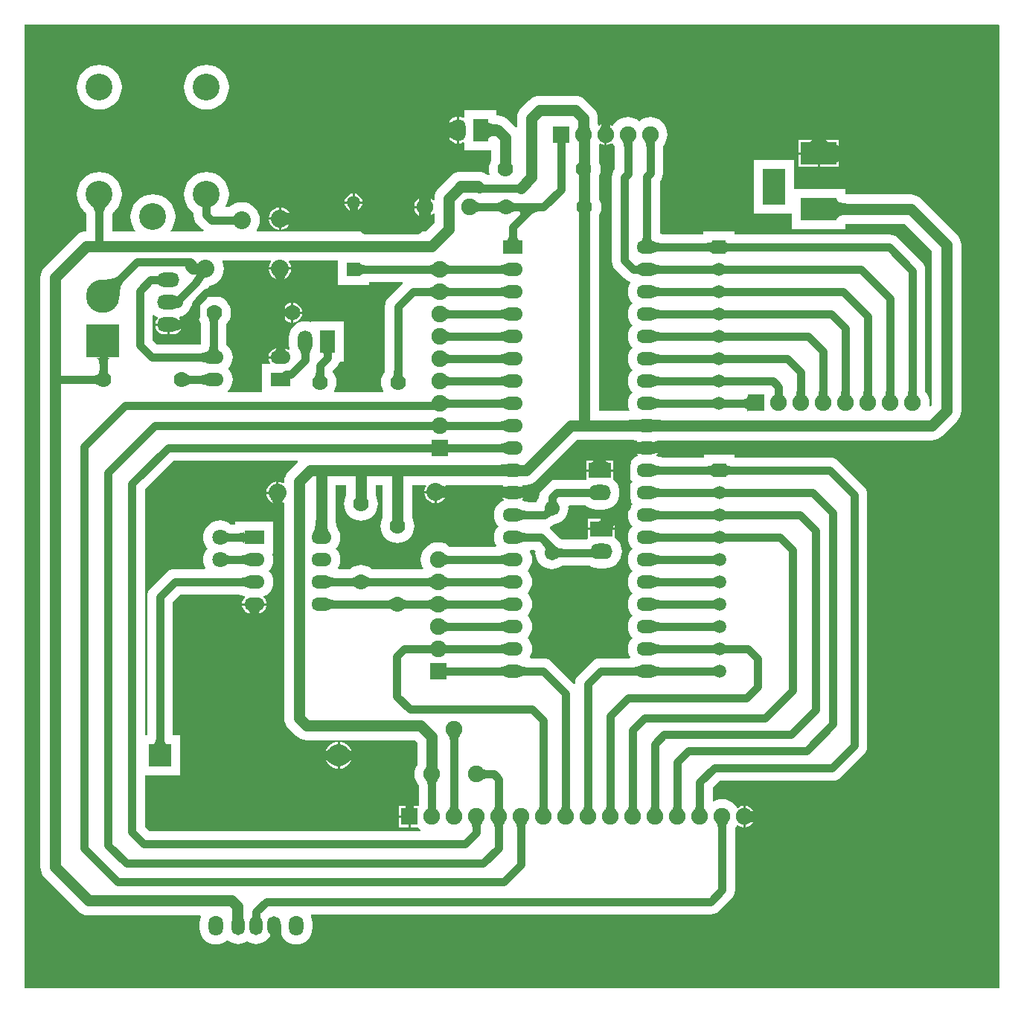
<source format=gtl>
G04 Layer_Physical_Order=1*
G04 Layer_Color=255*
%FSLAX44Y44*%
%MOMM*%
G71*
G01*
G75*
%ADD10C,0.8890*%
%ADD11C,1.2700*%
%ADD12C,3.0480*%
%ADD13C,1.7780*%
%ADD14C,3.8100*%
%ADD15R,3.8100X3.8100*%
%ADD16R,2.2860X1.5240*%
%ADD17O,2.2860X1.5240*%
%ADD18O,2.5400X1.6764*%
%ADD19R,1.6510X2.5400*%
%ADD20O,1.6510X2.5400*%
%ADD21C,1.9050*%
%ADD22R,1.9050X1.9050*%
%ADD23R,1.5000X1.5000*%
%ADD24C,1.5000*%
%ADD25O,2.5400X1.7780*%
%ADD26R,2.5400X1.7780*%
%ADD27C,1.8000*%
%ADD28C,1.7018*%
%ADD29R,1.9050X1.9050*%
%ADD30R,2.5400X2.5400*%
%ADD31C,2.5400*%
%ADD32R,2.5400X4.0640*%
%ADD33R,4.0640X2.5400*%
%ADD34O,1.6510X2.2860*%
%ADD35O,1.5240X2.1590*%
%ADD36C,2.0320*%
G36*
X1121059Y1106943D02*
X1121057Y1106932D01*
Y11529D01*
X11529D01*
Y1107884D01*
X11684Y1107948D01*
X1120235D01*
X1121059Y1106943D01*
D02*
G37*
%LPC*%
G36*
X218694Y1061843D02*
X213715Y1061352D01*
X208927Y1059900D01*
X204514Y1057542D01*
X200647Y1054367D01*
X197472Y1050500D01*
X195114Y1046087D01*
X193661Y1041299D01*
X193171Y1036320D01*
X193661Y1031341D01*
X195114Y1026553D01*
X197472Y1022140D01*
X200647Y1018273D01*
X204514Y1015098D01*
X208927Y1012740D01*
X213715Y1011288D01*
X218694Y1010797D01*
X223673Y1011288D01*
X228461Y1012740D01*
X232874Y1015098D01*
X236741Y1018273D01*
X239916Y1022140D01*
X242274Y1026553D01*
X243727Y1031341D01*
X244217Y1036320D01*
X243727Y1041299D01*
X242274Y1046087D01*
X239916Y1050500D01*
X236741Y1054367D01*
X232874Y1057542D01*
X228461Y1059900D01*
X223673Y1061352D01*
X218694Y1061843D01*
D02*
G37*
G36*
X96774D02*
X91795Y1061352D01*
X87007Y1059900D01*
X82594Y1057542D01*
X78727Y1054367D01*
X75553Y1050500D01*
X73194Y1046087D01*
X71741Y1041299D01*
X71251Y1036320D01*
X71741Y1031341D01*
X73194Y1026553D01*
X75553Y1022140D01*
X78727Y1018273D01*
X82594Y1015098D01*
X87007Y1012740D01*
X91795Y1011288D01*
X96774Y1010797D01*
X101753Y1011288D01*
X106541Y1012740D01*
X110954Y1015098D01*
X114821Y1018273D01*
X117996Y1022140D01*
X120354Y1026553D01*
X121806Y1031341D01*
X122297Y1036320D01*
X121806Y1041299D01*
X120354Y1046087D01*
X117996Y1050500D01*
X114821Y1054367D01*
X110954Y1057542D01*
X106541Y1059900D01*
X101753Y1061352D01*
X96774Y1061843D01*
D02*
G37*
G36*
X638048Y1026494D02*
X597662D01*
X594426Y1026175D01*
X591313Y1025231D01*
X588445Y1023698D01*
X585931Y1021635D01*
X576787Y1012491D01*
X574724Y1009977D01*
X573191Y1007109D01*
X572247Y1003997D01*
X571928Y1000760D01*
Y991056D01*
X571452Y990886D01*
X570658Y990773D01*
X562149Y999283D01*
X559635Y1001346D01*
X556767Y1002879D01*
X553655Y1003823D01*
X551173Y1004068D01*
X550667Y1004147D01*
X548767Y1004193D01*
Y1010412D01*
X511937D01*
Y1001680D01*
X510798Y1001118D01*
X510396Y1001426D01*
X507770Y1002514D01*
X506222Y1002718D01*
Y987552D01*
Y972386D01*
X507770Y972590D01*
X510396Y973678D01*
X510798Y973986D01*
X511937Y973424D01*
Y964692D01*
X542464D01*
Y952476D01*
X541369Y950427D01*
X540280Y946836D01*
X539912Y943102D01*
X540280Y939368D01*
X540841Y937517D01*
X540084Y936497D01*
X538034D01*
X536855Y937465D01*
X533987Y938998D01*
X530874Y939942D01*
X527638Y940261D01*
X508174D01*
X504938Y939942D01*
X501825Y938998D01*
X498957Y937465D01*
X496443Y935402D01*
X494538Y933497D01*
X482680Y921639D01*
X480617Y919125D01*
X479084Y916257D01*
X478140Y913145D01*
X477821Y909908D01*
Y908117D01*
X476551Y907686D01*
X475711Y908781D01*
X473592Y910406D01*
X473773Y906978D01*
X468376D01*
Y900176D01*
Y893374D01*
X473773D01*
X473713Y893258D01*
X473659Y893034D01*
X473612Y892702D01*
X473535Y891715D01*
X473492Y889869D01*
X475711Y891571D01*
X476551Y892666D01*
X477821Y892235D01*
Y881775D01*
X468362Y872316D01*
X276033D01*
X275490Y873464D01*
X275803Y873846D01*
X277690Y877376D01*
X278852Y881207D01*
X279244Y885190D01*
X278852Y889173D01*
X277690Y893004D01*
X275803Y896534D01*
X273264Y899628D01*
X270170Y902167D01*
X266640Y904054D01*
X262809Y905216D01*
X258826Y905608D01*
X254843Y905216D01*
X251012Y904054D01*
X247482Y902167D01*
X244745Y899921D01*
X241196D01*
X240434Y901191D01*
X242274Y904633D01*
X243727Y909421D01*
X244217Y914400D01*
X243727Y919379D01*
X242274Y924167D01*
X239916Y928580D01*
X236741Y932447D01*
X232874Y935621D01*
X228461Y937980D01*
X223673Y939433D01*
X218694Y939923D01*
X213715Y939433D01*
X208927Y937980D01*
X204514Y935621D01*
X200647Y932447D01*
X197472Y928580D01*
X195114Y924167D01*
X193661Y919379D01*
X193171Y914400D01*
X193661Y909421D01*
X195114Y904633D01*
X197472Y900220D01*
X200647Y896353D01*
X203963Y893631D01*
Y890778D01*
X204465Y886965D01*
X205937Y883412D01*
X208278Y880362D01*
X213866Y874774D01*
X215413Y873586D01*
X214982Y872316D01*
X178386D01*
X177843Y873464D01*
X178955Y874820D01*
X181314Y879233D01*
X182766Y884021D01*
X183257Y889000D01*
X182766Y893979D01*
X181314Y898767D01*
X178955Y903180D01*
X175781Y907047D01*
X171914Y910221D01*
X167501Y912580D01*
X162713Y914033D01*
X157734Y914523D01*
X152755Y914033D01*
X147967Y912580D01*
X143554Y910221D01*
X139687Y907047D01*
X136512Y903180D01*
X134154Y898767D01*
X132702Y893979D01*
X132211Y889000D01*
X132702Y884021D01*
X134154Y879233D01*
X136512Y874820D01*
X137626Y873464D01*
X137083Y872316D01*
X111505D01*
Y891133D01*
X111550Y891452D01*
X111645Y891854D01*
X111792Y892295D01*
X112007Y892789D01*
X112305Y893346D01*
X112703Y893968D01*
X113215Y894654D01*
X113852Y895400D01*
X114575Y896150D01*
X114821Y896353D01*
X117996Y900220D01*
X120354Y904633D01*
X121806Y909421D01*
X122297Y914400D01*
X121806Y919379D01*
X120354Y924167D01*
X117996Y928580D01*
X114821Y932447D01*
X110954Y935621D01*
X106541Y937980D01*
X101753Y939433D01*
X96774Y939923D01*
X91795Y939433D01*
X87007Y937980D01*
X82594Y935621D01*
X78727Y932447D01*
X75553Y928580D01*
X73194Y924167D01*
X71741Y919379D01*
X71251Y914400D01*
X71741Y909421D01*
X73194Y904633D01*
X75553Y900220D01*
X78727Y896353D01*
X78973Y896150D01*
X79696Y895400D01*
X80333Y894654D01*
X80845Y893968D01*
X81243Y893345D01*
X81541Y892789D01*
X81756Y892295D01*
X81903Y891854D01*
X81998Y891452D01*
X82043Y891133D01*
Y872291D01*
X79060Y871997D01*
X75947Y871053D01*
X73079Y869520D01*
X70565Y867457D01*
X34497Y831389D01*
X32434Y828875D01*
X30901Y826007D01*
X29957Y822895D01*
X29638Y819658D01*
Y704088D01*
Y149098D01*
X29957Y145862D01*
X30901Y142749D01*
X32434Y139881D01*
X34497Y137367D01*
X72851Y99013D01*
X75365Y96950D01*
X78233Y95417D01*
X81346Y94473D01*
X84582Y94154D01*
X211752D01*
X212405Y93065D01*
X212266Y92806D01*
X211213Y89335D01*
X210858Y85725D01*
Y79375D01*
X211213Y75765D01*
X212266Y72294D01*
X213976Y69095D01*
X216278Y66291D01*
X219082Y63989D01*
X222281Y62279D01*
X225752Y61226D01*
X229362Y60871D01*
X232972Y61226D01*
X236443Y62279D01*
X239642Y63989D01*
X242446Y66291D01*
X242540Y66405D01*
X244836Y64520D01*
X247925Y62869D01*
X251276Y61852D01*
X254762Y61509D01*
X258248Y61852D01*
X261599Y62869D01*
X264688Y64520D01*
X264922Y64712D01*
X265156Y64520D01*
X268245Y62869D01*
X271597Y61852D01*
X275082Y61509D01*
X278568Y61852D01*
X281919Y62869D01*
X285008Y64520D01*
X287715Y66742D01*
X289937Y69449D01*
X290459Y70425D01*
X292750Y69476D01*
X294132Y69295D01*
Y82550D01*
X296672D01*
Y69295D01*
X298054Y69476D01*
X300526Y70500D01*
X302471Y71993D01*
X302679Y72043D01*
X303113Y72007D01*
X303981Y71780D01*
X305416Y69095D01*
X307718Y66291D01*
X310522Y63989D01*
X313721Y62279D01*
X317192Y61226D01*
X320802Y60871D01*
X324412Y61226D01*
X327883Y62279D01*
X331082Y63989D01*
X333886Y66291D01*
X336188Y69095D01*
X337898Y72294D01*
X338951Y75765D01*
X339306Y79375D01*
Y85725D01*
X338951Y89335D01*
X337898Y92806D01*
X337309Y93908D01*
X337962Y94997D01*
X791972D01*
X795785Y95499D01*
X799337Y96971D01*
X802388Y99312D01*
X815596Y112520D01*
X817937Y115570D01*
X819409Y119123D01*
X819911Y122936D01*
Y193230D01*
X819916Y193305D01*
X819935Y193451D01*
X821627Y195513D01*
X822169Y196528D01*
X823410Y196796D01*
X824495Y195963D01*
X827430Y194748D01*
X829310Y194500D01*
Y206502D01*
Y218504D01*
X827430Y218256D01*
X824495Y217041D01*
X823410Y216208D01*
X822169Y216476D01*
X821627Y217491D01*
X819167Y220489D01*
X816169Y222949D01*
X812750Y224777D01*
X809039Y225902D01*
X805180Y226282D01*
X801321Y225902D01*
X797610Y224777D01*
X795600Y223702D01*
X794511Y224355D01*
Y239262D01*
X802392Y247143D01*
X930402D01*
X934215Y247645D01*
X937767Y249116D01*
X940818Y251458D01*
X965964Y276604D01*
X968306Y279655D01*
X969777Y283207D01*
X970279Y287020D01*
Y572516D01*
X969777Y576329D01*
X968306Y579882D01*
X965964Y582932D01*
X938024Y610872D01*
X934974Y613214D01*
X931421Y614685D01*
X927608Y615187D01*
X819792D01*
Y618116D01*
X810036D01*
X809602Y618173D01*
X809167Y618116D01*
X795097D01*
X794662Y618173D01*
X794228Y618116D01*
X784472D01*
Y615187D01*
X737506D01*
X735667Y615328D01*
X735065Y615413D01*
X733374Y615775D01*
X732879Y615922D01*
X732327Y616119D01*
X731836Y616326D01*
X731114Y616684D01*
X730807Y616789D01*
X730688Y616852D01*
X730480Y617560D01*
X730477Y618291D01*
X730892Y618610D01*
X731960Y620001D01*
X730537Y619906D01*
X729279Y619683D01*
X728198Y619426D01*
X727293Y619136D01*
X726564Y618810D01*
Y624586D01*
X713108D01*
Y618810D01*
X712733Y618942D01*
X712131Y619061D01*
X711301Y619165D01*
X708956Y619332D01*
X708215Y619345D01*
X708780Y618610D01*
X709368Y618159D01*
X708984Y616852D01*
X706100Y615311D01*
X703393Y613089D01*
X701171Y610382D01*
X699520Y607293D01*
X698503Y603941D01*
X698160Y600456D01*
X698503Y596970D01*
X699520Y593619D01*
X701171Y590530D01*
X702653Y588725D01*
X703345Y587756D01*
X702653Y586787D01*
X701171Y584982D01*
X699520Y581893D01*
X698503Y578541D01*
X698160Y575056D01*
X698503Y571571D01*
X699520Y568219D01*
X701171Y565130D01*
X702653Y563325D01*
X703345Y562356D01*
X702653Y561387D01*
X701171Y559582D01*
X699520Y556493D01*
X698503Y553142D01*
X698160Y549656D01*
X698503Y546171D01*
X699520Y542819D01*
X701171Y539730D01*
X702653Y537925D01*
X703345Y536956D01*
X702653Y535987D01*
X701171Y534182D01*
X699520Y531093D01*
X698503Y527742D01*
X698160Y524256D01*
X698503Y520770D01*
X699520Y517419D01*
X701171Y514330D01*
X702653Y512525D01*
X703345Y511556D01*
X702653Y510587D01*
X701171Y508782D01*
X699520Y505693D01*
X698503Y502341D01*
X698160Y498856D01*
X698503Y495370D01*
X699520Y492019D01*
X701171Y488930D01*
X702653Y487125D01*
X703345Y486156D01*
X702653Y485187D01*
X701171Y483382D01*
X699520Y480293D01*
X698503Y476941D01*
X698160Y473456D01*
X698503Y469971D01*
X699520Y466619D01*
X701171Y463530D01*
X702653Y461725D01*
X703345Y460756D01*
X702653Y459787D01*
X701171Y457982D01*
X699520Y454893D01*
X698503Y451541D01*
X698160Y448056D01*
X698503Y444571D01*
X699520Y441219D01*
X701171Y438130D01*
X702653Y436325D01*
X703345Y435356D01*
X702653Y434387D01*
X701171Y432582D01*
X699520Y429493D01*
X698503Y426142D01*
X698160Y422656D01*
X698503Y419170D01*
X699520Y415819D01*
X701171Y412730D01*
X702653Y410925D01*
X703345Y409956D01*
X702653Y408987D01*
X701171Y407182D01*
X699520Y404093D01*
X698503Y400742D01*
X698160Y397256D01*
X698503Y393770D01*
X699520Y390419D01*
X700889Y387857D01*
X700227Y386587D01*
X667004D01*
X663191Y386085D01*
X659639Y384613D01*
X656588Y382272D01*
X642364Y368048D01*
X640023Y364997D01*
X638551Y361445D01*
X638111Y358100D01*
X637022Y357634D01*
X636780Y357635D01*
X612142Y382272D01*
X609091Y384613D01*
X605539Y386085D01*
X601726Y386587D01*
X587045D01*
X586383Y387857D01*
X587752Y390419D01*
X588769Y393770D01*
X589112Y397256D01*
X588769Y400742D01*
X587752Y404093D01*
X586101Y407182D01*
X584619Y408987D01*
X583927Y409956D01*
X584619Y410925D01*
X586101Y412730D01*
X587752Y415819D01*
X588769Y419170D01*
X589112Y422656D01*
X588769Y426142D01*
X587752Y429493D01*
X586101Y432582D01*
X584619Y434387D01*
X583927Y435356D01*
X584619Y436325D01*
X586101Y438130D01*
X587752Y441219D01*
X588769Y444571D01*
X589112Y448056D01*
X588769Y451541D01*
X587752Y454893D01*
X586101Y457982D01*
X584619Y459787D01*
X583927Y460756D01*
X584619Y461725D01*
X586101Y463530D01*
X587752Y466619D01*
X588769Y469971D01*
X589112Y473456D01*
X588769Y476941D01*
X587752Y480293D01*
X586101Y483382D01*
X584619Y485187D01*
X583927Y486156D01*
X584619Y487125D01*
X586101Y488930D01*
X587752Y492019D01*
X588769Y495370D01*
X589112Y498856D01*
X588769Y502341D01*
X587752Y505693D01*
X586383Y508255D01*
X587045Y509525D01*
X591944D01*
X593031Y508338D01*
X592873Y506730D01*
X593233Y503070D01*
X594301Y499551D01*
X596034Y496308D01*
X598367Y493465D01*
X601210Y491132D01*
X604453Y489399D01*
X607972Y488331D01*
X611632Y487971D01*
X615292Y488331D01*
X618811Y489399D01*
X622054Y491132D01*
X623109Y491998D01*
X623121Y491999D01*
X654463D01*
X657139Y490569D01*
X660730Y489480D01*
X664464Y489112D01*
X672084D01*
X675818Y489480D01*
X679409Y490569D01*
X682719Y492338D01*
X685620Y494718D01*
X688000Y497619D01*
X689769Y500929D01*
X690858Y504520D01*
X691226Y508254D01*
X690858Y511988D01*
X689769Y515579D01*
X688000Y518889D01*
X685620Y521790D01*
X683514Y523518D01*
Y532384D01*
X679637D01*
X679445Y531460D01*
X679537Y530209D01*
X680026Y529177D01*
X680913Y528363D01*
X674722Y532384D01*
X668274D01*
Y533654D01*
D01*
Y532384D01*
X653034D01*
Y523518D01*
X650928Y521790D01*
X650659Y521461D01*
X623121D01*
X623109Y521462D01*
X622054Y522328D01*
X621278Y522743D01*
X609348Y534672D01*
X609094Y534868D01*
X609260Y536127D01*
X611124Y536898D01*
X613848Y538989D01*
X615292Y539131D01*
X618811Y540199D01*
X622054Y541932D01*
X624897Y544265D01*
X627230Y547108D01*
X628963Y550351D01*
X630031Y553870D01*
X630391Y557530D01*
X630209Y559384D01*
X631062Y560325D01*
X650099D01*
X651543Y559140D01*
X654853Y557371D01*
X658444Y556282D01*
X662178Y555914D01*
X669798D01*
X673532Y556282D01*
X677123Y557371D01*
X680433Y559140D01*
X683334Y561520D01*
X685714Y564421D01*
X687483Y567731D01*
X688572Y571321D01*
X688940Y575056D01*
X688572Y578791D01*
X687483Y582381D01*
X685714Y585691D01*
X683334Y588592D01*
X681228Y590320D01*
Y599186D01*
X665988D01*
X650748D01*
Y590320D01*
X650099Y589787D01*
X616966D01*
X613153Y589285D01*
X609600Y587813D01*
X606550Y585472D01*
X601216Y580138D01*
X598875Y577088D01*
X597403Y573535D01*
X596901Y569722D01*
Y569008D01*
X596034Y567952D01*
X594301Y564709D01*
X594203Y564387D01*
X585106D01*
X583268Y564528D01*
X582665Y564613D01*
X580974Y564975D01*
X580479Y565122D01*
X579927Y565318D01*
X579436Y565526D01*
X578714Y565884D01*
X578407Y565989D01*
X578288Y566052D01*
X578080Y566760D01*
X578077Y567491D01*
X578492Y567810D01*
X579366Y568948D01*
X576625Y568754D01*
X575621Y568535D01*
X574801Y568287D01*
X574164Y568010D01*
Y573786D01*
X560708D01*
Y568010D01*
X560067Y568287D01*
X559237Y568535D01*
X558218Y568754D01*
X557009Y568943D01*
X555389Y569101D01*
X556380Y567810D01*
X556968Y567359D01*
X556584Y566052D01*
X553700Y564511D01*
X550993Y562289D01*
X548771Y559582D01*
X547120Y556493D01*
X546103Y553142D01*
X545760Y549656D01*
X546103Y546171D01*
X547120Y542819D01*
X548771Y539730D01*
X550253Y537925D01*
X550945Y536956D01*
X550253Y535987D01*
X548771Y534182D01*
X547120Y531093D01*
X546103Y527742D01*
X545760Y524256D01*
X546103Y520770D01*
X547120Y517419D01*
X548489Y514857D01*
X547827Y513587D01*
X495618D01*
X495543Y513592D01*
X495397Y513611D01*
X493335Y515303D01*
X489916Y517131D01*
X486205Y518256D01*
X482346Y518636D01*
X478487Y518256D01*
X474776Y517131D01*
X471357Y515303D01*
X468359Y512843D01*
X465899Y509845D01*
X464071Y506426D01*
X462946Y502715D01*
X462566Y498856D01*
X462946Y494997D01*
X464071Y491286D01*
X465146Y489276D01*
X464493Y488187D01*
X406695D01*
X406533Y488193D01*
X405097Y489372D01*
X401787Y491141D01*
X398196Y492230D01*
X394462Y492598D01*
X390728Y492230D01*
X387137Y491141D01*
X383827Y489372D01*
X382402Y488203D01*
X382211Y488187D01*
X368859D01*
X368197Y489457D01*
X369566Y492019D01*
X370583Y495370D01*
X370926Y498856D01*
X370583Y502341D01*
X369566Y505693D01*
X367915Y508782D01*
X366433Y510587D01*
X365741Y511556D01*
X366433Y512525D01*
X367915Y514330D01*
X369566Y517419D01*
X370583Y520770D01*
X370926Y524256D01*
X370583Y527742D01*
X369566Y531093D01*
X368478Y533129D01*
X368276Y533617D01*
X368083Y533869D01*
X367915Y534182D01*
X367784Y534342D01*
X367680Y534533D01*
X367277Y535084D01*
X367147Y535310D01*
X366958Y535722D01*
X366738Y536334D01*
X366510Y537149D01*
X366296Y538166D01*
X366130Y539264D01*
X365878Y542473D01*
X365846Y544299D01*
X365840Y544340D01*
Y583866D01*
X377872D01*
Y571730D01*
X376777Y569681D01*
X375688Y566091D01*
X375320Y562356D01*
X375688Y558621D01*
X376777Y555031D01*
X378546Y551721D01*
X380926Y548820D01*
X383827Y546440D01*
X387137Y544671D01*
X390728Y543582D01*
X394462Y543214D01*
X398196Y543582D01*
X401787Y544671D01*
X405097Y546440D01*
X407998Y548820D01*
X410378Y551721D01*
X412147Y555031D01*
X413236Y558621D01*
X413604Y562356D01*
X413236Y566091D01*
X412147Y569681D01*
X411052Y571730D01*
Y583866D01*
X419274D01*
Y546330D01*
X418179Y544281D01*
X417090Y540690D01*
X416722Y536956D01*
X417090Y533222D01*
X418179Y529631D01*
X419948Y526321D01*
X422328Y523420D01*
X425229Y521040D01*
X428539Y519271D01*
X432130Y518182D01*
X435864Y517814D01*
X439599Y518182D01*
X443189Y519271D01*
X446499Y521040D01*
X449400Y523420D01*
X451780Y526321D01*
X453549Y529631D01*
X454638Y533222D01*
X455006Y536956D01*
X454638Y540690D01*
X453549Y544281D01*
X452454Y546330D01*
Y583866D01*
X468030D01*
X468591Y582727D01*
X468205Y582223D01*
X466925Y579133D01*
X466656Y577088D01*
X479298D01*
X486554D01*
Y582930D01*
X486756Y582785D01*
X487064Y582656D01*
X487477Y582541D01*
X487996Y582442D01*
X488620Y582359D01*
X490185Y582237D01*
X490384Y582232D01*
X490005Y582727D01*
X490566Y583866D01*
X546484D01*
X546525Y583860D01*
X556101Y583691D01*
X556103Y583691D01*
X556494Y582390D01*
X556380Y582302D01*
X556244Y582125D01*
X560708Y582102D01*
Y576326D01*
X574164D01*
Y582102D01*
X574267Y582114D01*
X574624Y582126D01*
X578617Y582140D01*
X578492Y582302D01*
X578109Y582596D01*
X578540Y583866D01*
X582422D01*
X585658Y584185D01*
X588771Y585129D01*
X591639Y586662D01*
X594153Y588725D01*
X640348Y634920D01*
X698652D01*
X698706Y634913D01*
X703139Y634876D01*
X707968Y634693D01*
X708680Y634626D01*
X709057Y633315D01*
X708780Y633102D01*
X708448Y632670D01*
X713108Y632902D01*
Y627126D01*
X726564D01*
Y632902D01*
X726573Y632963D01*
X726839Y633017D01*
X727361Y633065D01*
X730469Y633171D01*
X731113Y633175D01*
X731358Y634188D01*
X740977Y634666D01*
X1043940D01*
X1047177Y634985D01*
X1050289Y635929D01*
X1053157Y637462D01*
X1055671Y639525D01*
X1072435Y656289D01*
X1074498Y658803D01*
X1076031Y661671D01*
X1076975Y664783D01*
X1077294Y668020D01*
Y856996D01*
X1076975Y860232D01*
X1076031Y863345D01*
X1074498Y866213D01*
X1072435Y868727D01*
X1031795Y909367D01*
X1029281Y911430D01*
X1026413Y912963D01*
X1023300Y913907D01*
X1020064Y914226D01*
X948701D01*
X948674Y914230D01*
X946575Y914285D01*
X945896Y914345D01*
Y920496D01*
X936140D01*
X935705Y920553D01*
X935271Y920496D01*
X934642D01*
X934628Y920496D01*
X934626Y920496D01*
X887476D01*
Y953516D01*
X841756D01*
Y892556D01*
X884936D01*
Y874776D01*
X934626D01*
X934628Y874776D01*
X934642Y874776D01*
X935271D01*
X935705Y874719D01*
X936140Y874776D01*
X945896D01*
Y880927D01*
X946575Y880987D01*
X948674Y881042D01*
X948701Y881046D01*
X1013192D01*
X1044114Y850124D01*
Y674892D01*
X1042079Y672857D01*
X1041016Y673590D01*
X1041368Y677164D01*
X1040988Y681023D01*
X1039863Y684734D01*
X1038035Y688153D01*
X1036362Y690191D01*
X1036319Y690634D01*
Y827786D01*
X1035817Y831599D01*
X1034345Y835152D01*
X1032004Y838202D01*
X1005588Y864618D01*
X1002538Y866960D01*
X998985Y868431D01*
X995172Y868933D01*
X819030D01*
Y871862D01*
X809274D01*
X808839Y871919D01*
X808405Y871862D01*
X794335D01*
X793901Y871919D01*
X793466Y871862D01*
X793249D01*
X792934Y871873D01*
X792884Y871862D01*
X783710D01*
Y869187D01*
X737506D01*
X735667Y869328D01*
X735065Y869413D01*
X734567Y869520D01*
Y929102D01*
X736150Y931164D01*
X737621Y934717D01*
X738123Y938530D01*
Y969454D01*
X738128Y969529D01*
X738147Y969675D01*
X739839Y971737D01*
X741667Y975156D01*
X742792Y978867D01*
X743172Y982726D01*
X742792Y986585D01*
X741667Y990296D01*
X739839Y993715D01*
X737379Y996713D01*
X734381Y999173D01*
X730962Y1001001D01*
X727251Y1002126D01*
X723392Y1002506D01*
X719533Y1002126D01*
X715822Y1001001D01*
X712403Y999173D01*
X710692Y997769D01*
X708981Y999173D01*
X705562Y1001001D01*
X701851Y1002126D01*
X697992Y1002506D01*
X694133Y1002126D01*
X690422Y1001001D01*
X687003Y999173D01*
X684005Y996713D01*
X681545Y993715D01*
X681003Y992700D01*
X679762Y992432D01*
X678677Y993265D01*
X677273Y993846D01*
X677393Y993215D01*
X677593Y992452D01*
X677837Y991748D01*
X678126Y991104D01*
X678459Y990519D01*
X678837Y989994D01*
X679259Y989528D01*
X673862D01*
Y982726D01*
Y970724D01*
X675742Y970972D01*
X678677Y972187D01*
X679762Y973020D01*
X681003Y972752D01*
X681545Y971737D01*
X683218Y969699D01*
X683261Y969256D01*
Y943132D01*
X681678Y941069D01*
X680207Y937517D01*
X679705Y933704D01*
Y839216D01*
X680207Y835403D01*
X681678Y831851D01*
X684020Y828800D01*
X694180Y818640D01*
X697231Y816299D01*
X700609Y814899D01*
X701208Y813697D01*
X701127Y813501D01*
X699520Y810493D01*
X698503Y807141D01*
X698160Y803656D01*
X698503Y800171D01*
X699520Y796819D01*
X701171Y793730D01*
X702653Y791925D01*
X703345Y790956D01*
X702653Y789987D01*
X701171Y788182D01*
X699520Y785093D01*
X698503Y781741D01*
X698160Y778256D01*
X698503Y774771D01*
X699520Y771419D01*
X701171Y768330D01*
X702653Y766525D01*
X703345Y765556D01*
X702653Y764587D01*
X701171Y762782D01*
X699520Y759693D01*
X698503Y756341D01*
X698160Y752856D01*
X698503Y749370D01*
X699520Y746019D01*
X701171Y742930D01*
X702653Y741125D01*
X703345Y740156D01*
X702653Y739187D01*
X701171Y737382D01*
X699520Y734293D01*
X698503Y730941D01*
X698160Y727456D01*
X698503Y723970D01*
X699520Y720619D01*
X701171Y717530D01*
X702653Y715725D01*
X703345Y714756D01*
X702653Y713787D01*
X701171Y711982D01*
X699520Y708893D01*
X698503Y705542D01*
X698160Y702056D01*
X698503Y698570D01*
X699520Y695219D01*
X701171Y692130D01*
X702653Y690325D01*
X703345Y689356D01*
X702653Y688387D01*
X701171Y686582D01*
X699520Y683493D01*
X698503Y680142D01*
X698160Y676656D01*
X698503Y673170D01*
X699520Y669819D01*
X699865Y669173D01*
X699660Y668818D01*
X698999Y668100D01*
X665306D01*
Y890548D01*
X666401Y892597D01*
X667490Y896188D01*
X667858Y899922D01*
X667490Y903656D01*
X666401Y907247D01*
X665306Y909296D01*
Y935153D01*
X665639Y935777D01*
X666728Y939368D01*
X667096Y943102D01*
X666728Y946836D01*
X665639Y950427D01*
X665306Y951051D01*
Y971674D01*
X666445Y972235D01*
X666507Y972187D01*
X669442Y970972D01*
X671322Y970724D01*
Y982726D01*
Y989528D01*
X665925D01*
X666347Y989994D01*
X666725Y990519D01*
X667058Y991104D01*
X667347Y991748D01*
X667591Y992452D01*
X667791Y993215D01*
X667911Y993846D01*
X666507Y993265D01*
X665738Y992674D01*
X664528Y993063D01*
X664043Y994663D01*
X663782Y995151D01*
Y1000760D01*
X663463Y1003997D01*
X662519Y1007109D01*
X660986Y1009977D01*
X658923Y1012491D01*
X649779Y1021635D01*
X647265Y1023698D01*
X644397Y1025231D01*
X641284Y1026175D01*
X638048Y1026494D01*
D02*
G37*
G36*
X503682Y1002718D02*
X502134Y1002514D01*
X499508Y1001426D01*
X497253Y999696D01*
X495523Y997441D01*
X494784Y995658D01*
X494876Y995690D01*
X496368Y996336D01*
X497779Y997081D01*
X499110Y997925D01*
X500361Y998868D01*
Y988822D01*
X503682D01*
Y1002718D01*
D02*
G37*
G36*
Y986282D02*
X500361D01*
Y976236D01*
X499110Y977179D01*
X497779Y978023D01*
X496368Y978768D01*
X494876Y979414D01*
X494784Y979446D01*
X495523Y977663D01*
X497253Y975408D01*
X499508Y973678D01*
X502134Y972590D01*
X503682Y972386D01*
Y986282D01*
D02*
G37*
G36*
X938276Y976376D02*
X923708D01*
X924052Y975812D01*
X924877Y974921D01*
X925830Y974284D01*
X926909Y973902D01*
X928116Y973775D01*
X916686D01*
Y962406D01*
X935705D01*
Y973805D01*
X935833Y972605D01*
X936214Y971531D01*
X936849Y970583D01*
X937738Y969761D01*
X938276Y969434D01*
Y976376D01*
D02*
G37*
G36*
X907124D02*
X892556D01*
Y962406D01*
X914146D01*
Y973775D01*
X902716D01*
X903923Y973902D01*
X905002Y974284D01*
X905955Y974921D01*
X906780Y975812D01*
X907124Y976376D01*
D02*
G37*
G36*
X935705Y959866D02*
X916686D01*
Y945896D01*
X938276D01*
Y952839D01*
X937738Y952511D01*
X936849Y951689D01*
X936214Y950742D01*
X935833Y949667D01*
X935705Y948466D01*
Y959866D01*
D02*
G37*
G36*
X914146D02*
X892556D01*
Y945896D01*
X914146D01*
Y959866D01*
D02*
G37*
G36*
X387223Y915215D02*
Y906526D01*
X395912D01*
X395735Y907877D01*
X394723Y910319D01*
X393114Y912417D01*
X391016Y914026D01*
X388574Y915038D01*
X387223Y915215D01*
D02*
G37*
G36*
X384683D02*
X383332Y915038D01*
X380890Y914026D01*
X378792Y912417D01*
X377183Y910319D01*
X376171Y907877D01*
X375994Y906526D01*
X384683D01*
Y915215D01*
D02*
G37*
G36*
X460720Y910483D02*
X458501Y908781D01*
X456567Y906261D01*
X455351Y903326D01*
X455104Y901446D01*
X465836D01*
Y906978D01*
X460438D01*
X460499Y907094D01*
X460553Y907318D01*
X460600Y907650D01*
X460677Y908637D01*
X460720Y910483D01*
D02*
G37*
G36*
X395912Y903986D02*
X390438D01*
X390565Y899900D01*
X391203D01*
X391050Y899706D01*
X390913Y899440D01*
X390792Y899102D01*
X390688Y898692D01*
X390615Y898295D01*
X390671Y896486D01*
X390676Y896345D01*
X391016Y896486D01*
X393114Y898095D01*
X394723Y900193D01*
X395735Y902635D01*
X395912Y903986D01*
D02*
G37*
G36*
X381501D02*
X375994D01*
X376171Y902635D01*
X377183Y900193D01*
X378792Y898095D01*
X380890Y896486D01*
X381378Y896284D01*
X381399Y896947D01*
X381307Y898209D01*
X381218Y898692D01*
X381114Y899102D01*
X380993Y899440D01*
X380856Y899706D01*
X380703Y899900D01*
X381478D01*
X381501Y903986D01*
D02*
G37*
G36*
X303530Y899610D02*
Y888238D01*
X309516D01*
Y894080D01*
X309718Y893935D01*
X310026Y893806D01*
X310439Y893691D01*
X310958Y893592D01*
X311582Y893509D01*
X313147Y893387D01*
X313346Y893382D01*
X311318Y896026D01*
X308665Y898061D01*
X305575Y899341D01*
X303530Y899610D01*
D02*
G37*
G36*
X465836Y898906D02*
X455104D01*
X455351Y897026D01*
X456567Y894091D01*
X458501Y891571D01*
X460620Y889946D01*
X460438Y893374D01*
X465836D01*
Y898906D01*
D02*
G37*
G36*
X300990Y899610D02*
X298945Y899341D01*
X295855Y898061D01*
X293202Y896026D01*
X291167Y893373D01*
X289887Y890283D01*
X289618Y888238D01*
X300990D01*
Y899610D01*
D02*
G37*
G36*
X309516Y885698D02*
X303530D01*
Y874326D01*
X305575Y874595D01*
X308665Y875875D01*
X311318Y877910D01*
X313300Y880493D01*
X310958Y880344D01*
X310439Y880245D01*
X310026Y880130D01*
X309718Y880001D01*
X309516Y879856D01*
Y885698D01*
D02*
G37*
G36*
X300990D02*
X289618D01*
X289887Y883653D01*
X291167Y880563D01*
X293202Y877910D01*
X295855Y875875D01*
X298945Y874595D01*
X300990Y874326D01*
Y885698D01*
D02*
G37*
G36*
X681228Y611886D02*
X673203D01*
X673235Y611777D01*
X673629Y610880D01*
X674095Y610182D01*
X674633Y609684D01*
X675243Y609385D01*
X675925Y609285D01*
X667258D01*
Y601726D01*
X681228D01*
Y611886D01*
D02*
G37*
G36*
X658773D02*
X650748D01*
Y601726D01*
X664718D01*
Y609285D01*
X656051D01*
X656733Y609385D01*
X657343Y609684D01*
X657881Y610182D01*
X658347Y610880D01*
X658741Y611777D01*
X658773Y611886D01*
D02*
G37*
G36*
X486554Y574548D02*
X480568D01*
Y563176D01*
X482613Y563445D01*
X485703Y564725D01*
X488356Y566760D01*
X490338Y569343D01*
X487996Y569194D01*
X487477Y569095D01*
X487064Y568980D01*
X486756Y568851D01*
X486554Y568706D01*
Y574548D01*
D02*
G37*
G36*
X478028D02*
X466656D01*
X466925Y572503D01*
X468205Y569413D01*
X470240Y566760D01*
X472893Y564725D01*
X475983Y563445D01*
X478028Y563176D01*
Y574548D01*
D02*
G37*
G36*
X669767Y545084D02*
X669544D01*
Y544931D01*
X669767Y545084D01*
D02*
G37*
G36*
X667004D02*
X653034D01*
Y534924D01*
X667004D01*
Y537397D01*
X659173Y542483D01*
X660329Y541939D01*
X661628Y541716D01*
X663068Y541814D01*
X664651Y542233D01*
X666376Y542974D01*
X667004Y543331D01*
Y545084D01*
D02*
G37*
G36*
X683514Y539188D02*
X683049Y538644D01*
X681553Y536520D01*
X680631Y534924D01*
X683514D01*
Y539188D01*
D02*
G37*
G36*
X669544Y535747D02*
Y534924D01*
X670811D01*
X669544Y535747D01*
D02*
G37*
G36*
X831850Y218504D02*
Y207772D01*
X837382D01*
Y213169D01*
X837498Y213109D01*
X837722Y213055D01*
X838054Y213008D01*
X839041Y212931D01*
X840887Y212888D01*
X839185Y215107D01*
X836665Y217041D01*
X833730Y218256D01*
X831850Y218504D01*
D02*
G37*
G36*
X837382Y205232D02*
X831850D01*
Y194500D01*
X833730Y194748D01*
X836665Y195963D01*
X839185Y197897D01*
X840810Y200016D01*
X837382Y199834D01*
Y205232D01*
D02*
G37*
%LPD*%
G36*
X538665Y998350D02*
X539021Y997417D01*
X539614Y996593D01*
X540446Y995879D01*
X541514Y995275D01*
X542820Y994781D01*
X544363Y994396D01*
X546144Y994122D01*
X548162Y993957D01*
X550418Y993902D01*
Y981202D01*
X548162Y981147D01*
X546144Y980982D01*
X544363Y980708D01*
X542820Y980323D01*
X541514Y979829D01*
X540446Y979225D01*
X539614Y978511D01*
X539021Y977688D01*
X538665Y976754D01*
X538546Y975711D01*
Y999393D01*
X538665Y998350D01*
D02*
G37*
G36*
X729637Y975458D02*
X729259Y974933D01*
X728926Y974349D01*
X728637Y973704D01*
X728393Y973000D01*
X728193Y972237D01*
X728037Y971414D01*
X727926Y970531D01*
X727859Y969589D01*
X727837Y968587D01*
X718947D01*
X718925Y969589D01*
X718747Y971414D01*
X718591Y972237D01*
X718391Y973000D01*
X718147Y973704D01*
X717858Y974349D01*
X717525Y974933D01*
X717147Y975458D01*
X716724Y975924D01*
X730060D01*
X729637Y975458D01*
D02*
G37*
G36*
X704237D02*
X703859Y974933D01*
X703526Y974349D01*
X703237Y973704D01*
X702993Y973000D01*
X702793Y972237D01*
X702637Y971414D01*
X702526Y970531D01*
X702459Y969589D01*
X702437Y968587D01*
X693547D01*
X693525Y969589D01*
X693347Y971414D01*
X693191Y972237D01*
X692991Y973000D01*
X692747Y973704D01*
X692458Y974349D01*
X692125Y974933D01*
X691747Y975458D01*
X691324Y975924D01*
X704660D01*
X704237Y975458D01*
D02*
G37*
G36*
X553292Y893883D02*
X552918Y894234D01*
X552479Y894548D01*
X551975Y894825D01*
X551407Y895066D01*
X550774Y895269D01*
X550077Y895435D01*
X549315Y895565D01*
X548489Y895657D01*
X546642Y895731D01*
X546935Y904621D01*
X547893Y904638D01*
X549616Y904774D01*
X550383Y904893D01*
X551086Y905047D01*
X551725Y905234D01*
X552301Y905455D01*
X552814Y905711D01*
X553262Y906000D01*
X553648Y906324D01*
X553292Y893883D01*
D02*
G37*
G36*
X525174Y906421D02*
X525699Y906043D01*
X526283Y905710D01*
X526928Y905421D01*
X527632Y905177D01*
X528395Y904977D01*
X529218Y904821D01*
X530101Y904710D01*
X531043Y904643D01*
X532045Y904621D01*
Y895731D01*
X531043Y895709D01*
X529218Y895531D01*
X528395Y895375D01*
X527632Y895175D01*
X526928Y894931D01*
X526283Y894642D01*
X525699Y894309D01*
X525174Y893931D01*
X524708Y893509D01*
Y906843D01*
X525174Y906421D01*
D02*
G37*
G36*
X106260Y902290D02*
X105202Y901051D01*
X104268Y899799D01*
X103459Y898534D01*
X102775Y897257D01*
X102215Y895967D01*
X101779Y894664D01*
X101468Y893348D01*
X101281Y892020D01*
X101219Y890679D01*
X92329D01*
X92267Y892020D01*
X92080Y893348D01*
X91769Y894664D01*
X91333Y895967D01*
X90773Y897257D01*
X90089Y898534D01*
X89280Y899799D01*
X88346Y901051D01*
X87288Y902290D01*
X86106Y903516D01*
X107442D01*
X106260Y902290D01*
D02*
G37*
G36*
X566545Y905807D02*
X566990Y905505D01*
X567498Y905238D01*
X568071Y905007D01*
X568707Y904811D01*
X569408Y904651D01*
X570172Y904527D01*
X571000Y904438D01*
X572849Y904367D01*
Y896462D01*
X590296Y904367D01*
X601027Y895477D01*
X599275Y895414D01*
X597575Y895226D01*
X595928Y894911D01*
X594332Y894471D01*
X592788Y893905D01*
X591297Y893214D01*
X589857Y892397D01*
X588470Y891454D01*
X587134Y890385D01*
X585851Y889191D01*
X573279D01*
X574384Y890385D01*
X575186Y891454D01*
X575685Y892397D01*
X575879Y893214D01*
X575771Y893905D01*
X575359Y894471D01*
X574643Y894911D01*
X573624Y895226D01*
X572301Y895414D01*
X571651Y895439D01*
X570172Y895317D01*
X569408Y895192D01*
X568707Y895033D01*
X568071Y894837D01*
X567498Y894606D01*
X566990Y894339D01*
X566545Y894037D01*
X566165Y893699D01*
Y906145D01*
X566545Y905807D01*
D02*
G37*
G36*
X935833Y909105D02*
X936214Y908030D01*
X936849Y907083D01*
X937738Y906261D01*
X938880Y905566D01*
X940277Y904997D01*
X941928Y904555D01*
X943833Y904239D01*
X945993Y904049D01*
X948406Y903986D01*
Y891286D01*
X945993Y891223D01*
X943833Y891033D01*
X941928Y890717D01*
X940277Y890275D01*
X938880Y889706D01*
X937738Y889011D01*
X936849Y888189D01*
X936214Y887242D01*
X935833Y886167D01*
X935705Y884967D01*
Y910305D01*
X935833Y909105D01*
D02*
G37*
G36*
X571925Y869241D02*
X572059Y867724D01*
X572281Y866386D01*
X572592Y865226D01*
X572992Y864245D01*
X573481Y863442D01*
X574059Y862818D01*
X574726Y862372D01*
X575481Y862104D01*
X576326Y862015D01*
X558546D01*
X559390Y862104D01*
X560146Y862372D01*
X560813Y862818D01*
X561391Y863442D01*
X561880Y864245D01*
X562280Y865226D01*
X562591Y866386D01*
X562813Y867724D01*
X562947Y869241D01*
X562991Y870936D01*
X571881D01*
X571925Y869241D01*
D02*
G37*
G36*
X724325Y868852D02*
X724679Y865387D01*
X724989Y863980D01*
X725387Y862789D01*
X725874Y861814D01*
X726450Y861056D01*
X726564Y860962D01*
Y861502D01*
X727562Y861008D01*
X728607Y860565D01*
X729701Y860175D01*
X730843Y859837D01*
X733271Y859317D01*
X734557Y859135D01*
X737275Y858927D01*
X738706Y858901D01*
Y850011D01*
X737275Y849985D01*
X734557Y849777D01*
X733271Y849595D01*
X730843Y849075D01*
X729701Y848737D01*
X728607Y848346D01*
X727562Y847904D01*
X726564Y847410D01*
Y860081D01*
X710965D01*
X711806Y860190D01*
X712559Y860515D01*
X713222Y861056D01*
X713798Y861814D01*
X714285Y862789D01*
X714683Y863980D01*
X714993Y865387D01*
X715214Y867012D01*
X715347Y868852D01*
X715391Y870910D01*
X724281D01*
X724325Y868852D01*
D02*
G37*
G36*
X808928Y861097D02*
X809195Y860583D01*
X809640Y860129D01*
X810262Y859736D01*
X811062Y859403D01*
X812040Y859131D01*
X813196Y858919D01*
X814529Y858768D01*
X816040Y858677D01*
X817729Y858647D01*
Y849757D01*
X816040Y849727D01*
X813196Y849485D01*
X812040Y849273D01*
X811062Y849001D01*
X810262Y848668D01*
X809640Y848275D01*
X809195Y847821D01*
X808928Y847307D01*
X808839Y846732D01*
Y861672D01*
X808928Y861097D01*
D02*
G37*
G36*
X793901Y846732D02*
X793812Y847355D01*
X793545Y847913D01*
X793100Y848404D01*
X792478Y848831D01*
X791678Y849191D01*
X790700Y849486D01*
X789544Y849716D01*
X788211Y849880D01*
X786700Y849978D01*
X785011Y850011D01*
Y858901D01*
X786700Y858929D01*
X789544Y859150D01*
X790700Y859344D01*
X791678Y859594D01*
X792478Y859898D01*
X793100Y860259D01*
X793545Y860674D01*
X793812Y861145D01*
X793901Y861672D01*
Y846732D01*
D02*
G37*
G36*
X368420Y811396D02*
X393115D01*
X393549Y811339D01*
X393984Y811396D01*
X403740D01*
Y814325D01*
X441430D01*
X441956Y813055D01*
X425956Y797054D01*
X423615Y794004D01*
X422143Y790451D01*
X421641Y786638D01*
Y712765D01*
X421635Y712603D01*
X420456Y711167D01*
X418687Y707857D01*
X417598Y704267D01*
X417230Y700532D01*
X417598Y696797D01*
X418687Y693207D01*
X420203Y690371D01*
X419576Y689101D01*
X364268D01*
X363641Y690371D01*
X365157Y693207D01*
X366246Y696797D01*
X366614Y700532D01*
X366246Y704267D01*
X365157Y707857D01*
X363388Y711167D01*
X362482Y712271D01*
X362457Y712590D01*
Y713734D01*
X367032Y718310D01*
X369374Y721360D01*
X370636Y724408D01*
X375031D01*
Y770128D01*
X338201D01*
Y769904D01*
X337181Y769147D01*
X334826Y769862D01*
X331216Y770217D01*
X327606Y769862D01*
X324135Y768809D01*
X320936Y767099D01*
X318132Y764797D01*
X315830Y761993D01*
X314120Y758794D01*
X313067Y755323D01*
X312712Y751713D01*
Y742823D01*
X313067Y739213D01*
X313339Y738317D01*
X312295Y737595D01*
X311956Y737855D01*
X309484Y738878D01*
X308051Y739067D01*
X308175Y738504D01*
X308573Y737313D01*
X309060Y736338D01*
X309636Y735580D01*
X310299Y735039D01*
X311052Y734714D01*
X311893Y734605D01*
X304292D01*
Y728980D01*
X303022D01*
Y727710D01*
X289132D01*
X289314Y726328D01*
X290337Y723856D01*
X291278Y722630D01*
X290652Y721360D01*
X281432D01*
Y689101D01*
X242901D01*
X242473Y690297D01*
X243265Y690947D01*
X245487Y693654D01*
X247138Y696743D01*
X248155Y700095D01*
X248498Y703580D01*
X248155Y707066D01*
X247138Y710417D01*
X245487Y713506D01*
X244005Y715311D01*
X243313Y716280D01*
X244005Y717249D01*
X245487Y719054D01*
X247138Y722143D01*
X248155Y725495D01*
X248498Y728980D01*
X248155Y732466D01*
X247138Y735817D01*
X245487Y738906D01*
X243265Y741613D01*
X242059Y742603D01*
X241908Y742753D01*
X241802Y742814D01*
X241658Y742933D01*
X241553Y743956D01*
Y767082D01*
X243246Y769145D01*
X245015Y772455D01*
X246104Y776046D01*
X246472Y779780D01*
X246104Y783514D01*
X245015Y787105D01*
X243246Y790415D01*
X240866Y793316D01*
X237965Y795696D01*
X234655Y797465D01*
X231064Y798554D01*
X227330Y798922D01*
X223596Y798554D01*
X220005Y797465D01*
X216695Y795696D01*
X213794Y793316D01*
X211414Y790415D01*
X209645Y787105D01*
X208556Y783514D01*
X208188Y779780D01*
X208556Y776046D01*
X209645Y772455D01*
X211414Y769145D01*
X212059Y768359D01*
X212091Y767932D01*
Y744044D01*
X211593Y743937D01*
X210991Y743852D01*
X209152Y743711D01*
X162820D01*
X157733Y748798D01*
Y776883D01*
X159003Y777484D01*
X160845Y775972D01*
X162862Y774894D01*
X163031Y773364D01*
X161656Y771572D01*
X160555Y768915D01*
X160347Y767334D01*
X175514D01*
X184494D01*
Y773042D01*
X185163Y772560D01*
X185935Y772130D01*
X186809Y771750D01*
X187787Y771421D01*
X188868Y771142D01*
X189610Y770999D01*
X189372Y771572D01*
X187997Y773364D01*
X188166Y774894D01*
X189482Y775597D01*
X191261Y776137D01*
X194129Y777670D01*
X196643Y779733D01*
X197151Y780241D01*
X199214Y782755D01*
X200747Y785623D01*
X201457Y787962D01*
X216410Y802916D01*
X217166Y803901D01*
X218009Y804810D01*
X221714Y810033D01*
X221850Y810046D01*
X225681Y811208D01*
X229211Y813095D01*
X232305Y815634D01*
X234844Y818728D01*
X236731Y822258D01*
X237893Y826089D01*
X238285Y830072D01*
X237893Y834055D01*
X236731Y837886D01*
X236645Y838047D01*
X237298Y839136D01*
X291606D01*
X292233Y837866D01*
X291167Y836477D01*
X289887Y833387D01*
X289618Y831342D01*
X314902D01*
X314633Y833387D01*
X313353Y836477D01*
X312287Y837866D01*
X312914Y839136D01*
X368420D01*
Y811396D01*
D02*
G37*
G36*
X795839Y823736D02*
X795643Y823903D01*
X795375Y824051D01*
X795036Y824183D01*
X794624Y824296D01*
X794141Y824392D01*
X793587Y824471D01*
X792262Y824576D01*
X790650Y824611D01*
X791025Y833501D01*
X791869Y833508D01*
X794520Y833683D01*
X795000Y833764D01*
X795408Y833858D01*
X795743Y833968D01*
X796005Y834092D01*
X796195Y834230D01*
X795839Y823736D01*
D02*
G37*
G36*
X806920Y833899D02*
X807186Y833762D01*
X807524Y833641D01*
X807934Y833537D01*
X808417Y833448D01*
X809598Y833319D01*
X811068Y833255D01*
X811911Y833247D01*
Y824357D01*
X811068Y824349D01*
X808417Y824156D01*
X807934Y824067D01*
X807524Y823963D01*
X807186Y823842D01*
X806920Y823705D01*
X806726Y823552D01*
Y834052D01*
X806920Y833899D01*
D02*
G37*
G36*
X491138Y835301D02*
X491663Y834923D01*
X492248Y834590D01*
X492892Y834301D01*
X493596Y834057D01*
X494359Y833857D01*
X495182Y833701D01*
X496065Y833590D01*
X497007Y833523D01*
X498009Y833501D01*
Y824611D01*
X497007Y824589D01*
X495182Y824411D01*
X494359Y824255D01*
X493596Y824055D01*
X492892Y823811D01*
X492248Y823522D01*
X491663Y823189D01*
X491138Y822811D01*
X490672Y822389D01*
Y835723D01*
X491138Y835301D01*
D02*
G37*
G36*
X477068Y822389D02*
X476602Y822811D01*
X476077Y823189D01*
X475493Y823522D01*
X474848Y823811D01*
X474144Y824055D01*
X473381Y824255D01*
X472558Y824411D01*
X471675Y824522D01*
X470733Y824589D01*
X469731Y824611D01*
Y833501D01*
X470733Y833523D01*
X472558Y833701D01*
X473381Y833857D01*
X474144Y834057D01*
X474848Y834301D01*
X475493Y834590D01*
X476077Y834923D01*
X476602Y835301D01*
X477068Y835723D01*
Y822389D01*
D02*
G37*
G36*
X727562Y835608D02*
X728607Y835165D01*
X729701Y834775D01*
X730843Y834437D01*
X733271Y833917D01*
X734557Y833735D01*
X737275Y833527D01*
X738706Y833501D01*
Y824611D01*
X737275Y824585D01*
X734557Y824377D01*
X733271Y824195D01*
X730843Y823675D01*
X729701Y823337D01*
X728607Y822946D01*
X727562Y822504D01*
X726564Y822010D01*
Y836102D01*
X727562Y835608D01*
D02*
G37*
G36*
X560708Y822010D02*
X559710Y822504D01*
X558665Y822946D01*
X557571Y823337D01*
X556429Y823675D01*
X554001Y824195D01*
X552715Y824377D01*
X549997Y824585D01*
X548566Y824611D01*
Y833501D01*
X549997Y833527D01*
X552715Y833735D01*
X554001Y833917D01*
X556429Y834437D01*
X557571Y834775D01*
X558665Y835165D01*
X559710Y835608D01*
X560708Y836102D01*
Y822010D01*
D02*
G37*
G36*
X393638Y835951D02*
X393905Y835437D01*
X394350Y834983D01*
X394972Y834590D01*
X395772Y834257D01*
X396750Y833985D01*
X397906Y833773D01*
X399239Y833622D01*
X400750Y833531D01*
X402439Y833501D01*
Y824611D01*
X400750Y824581D01*
X397906Y824339D01*
X396750Y824127D01*
X395772Y823855D01*
X394972Y823522D01*
X394350Y823129D01*
X393905Y822675D01*
X393638Y822161D01*
X393549Y821587D01*
Y836525D01*
X393638Y835951D01*
D02*
G37*
G36*
X125162Y816360D02*
X124137Y815209D01*
X123223Y813918D01*
X122419Y812486D01*
X121726Y810912D01*
X121144Y809198D01*
X120671Y807343D01*
X120309Y805347D01*
X120058Y803210D01*
X119917Y800932D01*
X119887Y798512D01*
X101028Y817371D01*
X103448Y817401D01*
X107863Y817794D01*
X109859Y818155D01*
X111714Y818627D01*
X113428Y819210D01*
X115002Y819903D01*
X116434Y820707D01*
X117725Y821621D01*
X118876Y822646D01*
X125162Y816360D01*
D02*
G37*
G36*
X795839Y798336D02*
X795643Y798503D01*
X795375Y798651D01*
X795036Y798783D01*
X794624Y798896D01*
X794141Y798992D01*
X793587Y799071D01*
X792262Y799176D01*
X790650Y799211D01*
X791025Y808101D01*
X791869Y808108D01*
X794520Y808283D01*
X795000Y808364D01*
X795408Y808458D01*
X795743Y808568D01*
X796005Y808692D01*
X796195Y808830D01*
X795839Y798336D01*
D02*
G37*
G36*
X806920Y808499D02*
X807186Y808362D01*
X807524Y808241D01*
X807934Y808137D01*
X808417Y808048D01*
X809598Y807919D01*
X811068Y807855D01*
X811911Y807847D01*
Y798957D01*
X811068Y798949D01*
X808417Y798756D01*
X807934Y798667D01*
X807524Y798563D01*
X807186Y798442D01*
X806920Y798305D01*
X806726Y798152D01*
Y808652D01*
X806920Y808499D01*
D02*
G37*
G36*
X491138Y809901D02*
X491663Y809523D01*
X492248Y809190D01*
X492892Y808901D01*
X493596Y808657D01*
X494359Y808457D01*
X495182Y808301D01*
X496065Y808190D01*
X497007Y808123D01*
X498009Y808101D01*
Y799211D01*
X497007Y799189D01*
X495182Y799011D01*
X494359Y798855D01*
X493596Y798655D01*
X492892Y798411D01*
X492248Y798122D01*
X491663Y797789D01*
X491138Y797411D01*
X490672Y796989D01*
Y810323D01*
X491138Y809901D01*
D02*
G37*
G36*
X477068Y796989D02*
X476602Y797411D01*
X476077Y797789D01*
X475493Y798122D01*
X474848Y798411D01*
X474144Y798655D01*
X473381Y798855D01*
X472558Y799011D01*
X471675Y799122D01*
X470733Y799189D01*
X469731Y799211D01*
Y808101D01*
X470733Y808123D01*
X472558Y808301D01*
X473381Y808457D01*
X474144Y808657D01*
X474848Y808901D01*
X475493Y809190D01*
X476077Y809523D01*
X476602Y809901D01*
X477068Y810323D01*
Y796989D01*
D02*
G37*
G36*
X727562Y810208D02*
X728607Y809765D01*
X729701Y809375D01*
X730843Y809037D01*
X733271Y808517D01*
X734557Y808335D01*
X737275Y808127D01*
X738706Y808101D01*
Y799211D01*
X737275Y799185D01*
X734557Y798977D01*
X733271Y798795D01*
X730843Y798275D01*
X729701Y797937D01*
X728607Y797546D01*
X727562Y797104D01*
X726564Y796610D01*
Y810702D01*
X727562Y810208D01*
D02*
G37*
G36*
X560708Y796610D02*
X559710Y797104D01*
X558665Y797546D01*
X557571Y797937D01*
X556429Y798275D01*
X554001Y798795D01*
X552715Y798977D01*
X549997Y799185D01*
X548566Y799211D01*
Y808101D01*
X549997Y808127D01*
X552715Y808335D01*
X554001Y808517D01*
X556429Y809037D01*
X557571Y809375D01*
X558665Y809765D01*
X559710Y810208D01*
X560708Y810702D01*
Y796610D01*
D02*
G37*
G36*
X795839Y772936D02*
X795643Y773103D01*
X795375Y773251D01*
X795036Y773382D01*
X794624Y773496D01*
X794141Y773592D01*
X793587Y773671D01*
X792262Y773776D01*
X790650Y773811D01*
X791025Y782701D01*
X791869Y782708D01*
X794520Y782883D01*
X795000Y782964D01*
X795408Y783058D01*
X795743Y783168D01*
X796005Y783292D01*
X796195Y783430D01*
X795839Y772936D01*
D02*
G37*
G36*
X806920Y783099D02*
X807186Y782962D01*
X807524Y782841D01*
X807934Y782737D01*
X808417Y782648D01*
X809598Y782519D01*
X811068Y782455D01*
X811911Y782447D01*
Y773557D01*
X811068Y773549D01*
X808417Y773356D01*
X807934Y773267D01*
X807524Y773163D01*
X807186Y773042D01*
X806920Y772905D01*
X806726Y772752D01*
Y783252D01*
X806920Y783099D01*
D02*
G37*
G36*
X491138Y784501D02*
X491663Y784123D01*
X492248Y783790D01*
X492892Y783501D01*
X493596Y783257D01*
X494359Y783057D01*
X495182Y782901D01*
X496065Y782790D01*
X497007Y782723D01*
X498009Y782701D01*
Y773811D01*
X497007Y773789D01*
X495182Y773611D01*
X494359Y773455D01*
X493596Y773255D01*
X492892Y773011D01*
X492248Y772722D01*
X491663Y772389D01*
X491138Y772011D01*
X490672Y771589D01*
Y784923D01*
X491138Y784501D01*
D02*
G37*
G36*
X727562Y784808D02*
X728607Y784365D01*
X729701Y783975D01*
X730843Y783637D01*
X733271Y783117D01*
X734557Y782935D01*
X737275Y782727D01*
X738706Y782701D01*
Y773811D01*
X737275Y773785D01*
X734557Y773577D01*
X733271Y773395D01*
X730843Y772875D01*
X729701Y772537D01*
X728607Y772147D01*
X727562Y771704D01*
X726564Y771210D01*
Y785302D01*
X727562Y784808D01*
D02*
G37*
G36*
X560708Y771210D02*
X559710Y771704D01*
X558665Y772147D01*
X557571Y772537D01*
X556429Y772875D01*
X554001Y773395D01*
X552715Y773577D01*
X549997Y773785D01*
X548566Y773811D01*
Y782701D01*
X549997Y782727D01*
X552715Y782935D01*
X554001Y783117D01*
X556429Y783637D01*
X557571Y783975D01*
X558665Y784365D01*
X559710Y784808D01*
X560708Y785302D01*
Y771210D01*
D02*
G37*
G36*
X233180Y773086D02*
X232817Y772719D01*
X232491Y772287D01*
X232204Y771789D01*
X231956Y771226D01*
X231745Y770597D01*
X231573Y769904D01*
X231439Y769145D01*
X231343Y768320D01*
X231267Y766475D01*
X222377Y767064D01*
X222361Y768022D01*
X222231Y769749D01*
X222117Y770517D01*
X221971Y771222D01*
X221793Y771864D01*
X221582Y772442D01*
X221339Y772957D01*
X221063Y773409D01*
X220754Y773797D01*
X233180Y773086D01*
D02*
G37*
G36*
X795839Y747536D02*
X795643Y747703D01*
X795375Y747851D01*
X795036Y747982D01*
X794624Y748096D01*
X794141Y748192D01*
X793587Y748271D01*
X792262Y748376D01*
X790650Y748411D01*
X791025Y757301D01*
X791869Y757308D01*
X794520Y757483D01*
X795000Y757564D01*
X795408Y757658D01*
X795743Y757768D01*
X796005Y757892D01*
X796195Y758030D01*
X795839Y747536D01*
D02*
G37*
G36*
X806920Y757699D02*
X807186Y757562D01*
X807524Y757441D01*
X807934Y757337D01*
X808417Y757248D01*
X809598Y757119D01*
X811068Y757055D01*
X811911Y757047D01*
Y748157D01*
X811068Y748149D01*
X808417Y747956D01*
X807934Y747867D01*
X807524Y747763D01*
X807186Y747642D01*
X806920Y747505D01*
X806726Y747352D01*
Y757852D01*
X806920Y757699D01*
D02*
G37*
G36*
X491138Y759101D02*
X491663Y758723D01*
X492248Y758390D01*
X492892Y758101D01*
X493596Y757857D01*
X494359Y757657D01*
X495182Y757501D01*
X496065Y757390D01*
X497007Y757323D01*
X498009Y757301D01*
Y748411D01*
X497007Y748389D01*
X495182Y748211D01*
X494359Y748055D01*
X493596Y747855D01*
X492892Y747611D01*
X492248Y747322D01*
X491663Y746989D01*
X491138Y746611D01*
X490672Y746189D01*
Y759523D01*
X491138Y759101D01*
D02*
G37*
G36*
X727562Y759408D02*
X728607Y758966D01*
X729701Y758575D01*
X730843Y758237D01*
X733271Y757717D01*
X734557Y757535D01*
X737275Y757327D01*
X738706Y757301D01*
Y748411D01*
X737275Y748385D01*
X734557Y748177D01*
X733271Y747995D01*
X730843Y747475D01*
X729701Y747137D01*
X728607Y746747D01*
X727562Y746304D01*
X726564Y745810D01*
Y759902D01*
X727562Y759408D01*
D02*
G37*
G36*
X560708Y745810D02*
X559710Y746304D01*
X558665Y746747D01*
X557571Y747137D01*
X556429Y747475D01*
X554001Y747995D01*
X552715Y748177D01*
X549997Y748385D01*
X548566Y748411D01*
Y757301D01*
X549997Y757327D01*
X552715Y757535D01*
X554001Y757717D01*
X556429Y758237D01*
X557571Y758575D01*
X558665Y758966D01*
X559710Y759408D01*
X560708Y759902D01*
Y745810D01*
D02*
G37*
G36*
X231311Y743376D02*
X231665Y739911D01*
X231975Y738504D01*
X232373Y737313D01*
X232860Y736338D01*
X233436Y735580D01*
X234099Y735039D01*
X234852Y734714D01*
X235693Y734605D01*
X220094D01*
Y721934D01*
X219096Y722428D01*
X218051Y722870D01*
X216957Y723261D01*
X215815Y723599D01*
X213387Y724119D01*
X212101Y724301D01*
X209383Y724509D01*
X207952Y724535D01*
Y733425D01*
X209383Y733451D01*
X212101Y733659D01*
X213387Y733841D01*
X215815Y734361D01*
X216957Y734699D01*
X218051Y735089D01*
X219096Y735532D01*
X220094Y736026D01*
Y735486D01*
X220208Y735580D01*
X220784Y736338D01*
X221271Y737313D01*
X221669Y738504D01*
X221979Y739911D01*
X222200Y741536D01*
X222333Y743376D01*
X222377Y745434D01*
X231267D01*
X231311Y743376D01*
D02*
G37*
G36*
X362217Y734540D02*
X361975Y734364D01*
X361760Y734070D01*
X361575Y733659D01*
X361418Y733130D01*
X361289Y732484D01*
X361189Y731721D01*
X361075Y729842D01*
X361061Y728726D01*
X352171D01*
X352157Y729842D01*
X351943Y732484D01*
X351814Y733130D01*
X351657Y733659D01*
X351471Y734070D01*
X351257Y734364D01*
X351015Y734540D01*
X350743Y734598D01*
X362489D01*
X362217Y734540D01*
D02*
G37*
G36*
X337626Y737587D02*
X337214Y736835D01*
X336850Y735977D01*
X336535Y735013D01*
X336268Y733941D01*
X336049Y732763D01*
X335758Y730087D01*
X335685Y728588D01*
X335661Y726983D01*
X326771D01*
X326747Y728588D01*
X326383Y732763D01*
X326164Y733941D01*
X325897Y735013D01*
X325582Y735977D01*
X325218Y736835D01*
X324805Y737587D01*
X324344Y738232D01*
X338088D01*
X337626Y737587D01*
D02*
G37*
G36*
X795839Y722136D02*
X795643Y722303D01*
X795375Y722451D01*
X795036Y722582D01*
X794624Y722696D01*
X794141Y722792D01*
X793587Y722871D01*
X792262Y722976D01*
X790650Y723011D01*
X791025Y731901D01*
X791869Y731908D01*
X794520Y732083D01*
X795000Y732164D01*
X795408Y732258D01*
X795743Y732368D01*
X796005Y732492D01*
X796195Y732630D01*
X795839Y722136D01*
D02*
G37*
G36*
X806920Y732299D02*
X807186Y732162D01*
X807524Y732041D01*
X807934Y731937D01*
X808417Y731848D01*
X809598Y731719D01*
X811068Y731655D01*
X811911Y731647D01*
Y722757D01*
X811068Y722749D01*
X808417Y722556D01*
X807934Y722467D01*
X807524Y722363D01*
X807186Y722242D01*
X806920Y722105D01*
X806726Y721952D01*
Y732452D01*
X806920Y732299D01*
D02*
G37*
G36*
X491138Y733701D02*
X491663Y733323D01*
X492248Y732990D01*
X492892Y732701D01*
X493596Y732457D01*
X494359Y732257D01*
X495182Y732101D01*
X496065Y731990D01*
X497007Y731923D01*
X498009Y731901D01*
Y723011D01*
X497007Y722989D01*
X495182Y722811D01*
X494359Y722655D01*
X493596Y722455D01*
X492892Y722211D01*
X492248Y721922D01*
X491663Y721589D01*
X491138Y721211D01*
X490672Y720788D01*
Y734124D01*
X491138Y733701D01*
D02*
G37*
G36*
X727562Y734008D02*
X728607Y733566D01*
X729701Y733175D01*
X730843Y732837D01*
X733271Y732317D01*
X734557Y732135D01*
X737275Y731927D01*
X738706Y731901D01*
Y723011D01*
X737275Y722985D01*
X734557Y722777D01*
X733271Y722595D01*
X730843Y722075D01*
X729701Y721737D01*
X728607Y721347D01*
X727562Y720904D01*
X726564Y720410D01*
Y734502D01*
X727562Y734008D01*
D02*
G37*
G36*
X560708Y720410D02*
X559710Y720904D01*
X558665Y721347D01*
X557571Y721737D01*
X556429Y722075D01*
X554001Y722595D01*
X552715Y722777D01*
X549997Y722985D01*
X548566Y723011D01*
Y731901D01*
X549997Y731927D01*
X552715Y732135D01*
X554001Y732317D01*
X556429Y732837D01*
X557571Y733175D01*
X558665Y733566D01*
X559710Y734008D01*
X560708Y734502D01*
Y720410D01*
D02*
G37*
G36*
X109391Y728414D02*
X108636Y728147D01*
X107969Y727702D01*
X107391Y727080D01*
X106902Y726280D01*
X106502Y725302D01*
X106191Y724146D01*
X105969Y722813D01*
X105835Y721302D01*
X105791Y719613D01*
X96901D01*
X96856Y721302D01*
X96723Y722813D01*
X96501Y724146D01*
X96190Y725302D01*
X95790Y726280D01*
X95301Y727080D01*
X94723Y727702D01*
X94056Y728147D01*
X93301Y728414D01*
X92456Y728503D01*
X110236D01*
X109391Y728414D01*
D02*
G37*
G36*
X105809Y715657D02*
X105951Y713936D01*
X106075Y713172D01*
X106236Y712471D01*
X106431Y711835D01*
X106662Y711262D01*
X106929Y710754D01*
X107231Y710309D01*
X107569Y709929D01*
X95123D01*
X95461Y710309D01*
X95763Y710754D01*
X96030Y711262D01*
X96261Y711835D01*
X96456Y712471D01*
X96616Y713172D01*
X96741Y713936D01*
X96830Y714764D01*
X96901Y716613D01*
X105791D01*
X105809Y715657D01*
D02*
G37*
G36*
X440835Y712609D02*
X440977Y710888D01*
X441101Y710124D01*
X441261Y709423D01*
X441457Y708787D01*
X441688Y708214D01*
X441955Y707706D01*
X442257Y707261D01*
X442595Y706881D01*
X430149D01*
X430487Y707261D01*
X430789Y707706D01*
X431056Y708214D01*
X431287Y708787D01*
X431483Y709423D01*
X431642Y710124D01*
X431767Y710888D01*
X431856Y711716D01*
X431927Y713565D01*
X440817D01*
X440835Y712609D01*
D02*
G37*
G36*
X352171Y713413D02*
X352188Y712455D01*
X352324Y710732D01*
X352444Y709965D01*
X352597Y709262D01*
X352784Y708623D01*
X353005Y708047D01*
X353261Y707534D01*
X353550Y707086D01*
X353874Y706700D01*
X341433Y707056D01*
X341784Y707430D01*
X342098Y707869D01*
X342375Y708373D01*
X342616Y708941D01*
X342819Y709574D01*
X342985Y710271D01*
X343115Y711033D01*
X343207Y711860D01*
X343281Y713706D01*
X352171Y713413D01*
D02*
G37*
G36*
X196975Y709465D02*
X197420Y709163D01*
X197928Y708896D01*
X198501Y708665D01*
X199137Y708469D01*
X199838Y708309D01*
X200602Y708185D01*
X201430Y708096D01*
X203279Y708025D01*
Y699135D01*
X202323Y699117D01*
X200602Y698975D01*
X199838Y698850D01*
X199137Y698690D01*
X198501Y698495D01*
X197928Y698264D01*
X197420Y697997D01*
X196975Y697695D01*
X196595Y697357D01*
Y709803D01*
X196975Y709465D01*
D02*
G37*
G36*
X94997Y697357D02*
X94617Y697695D01*
X94172Y697997D01*
X93664Y698264D01*
X93091Y698495D01*
X92455Y698690D01*
X91754Y698850D01*
X90990Y698975D01*
X90162Y699064D01*
X88313Y699135D01*
Y708025D01*
X89269Y708043D01*
X90990Y708185D01*
X91754Y708309D01*
X92455Y708469D01*
X93091Y708665D01*
X93664Y708896D01*
X94172Y709163D01*
X94617Y709465D01*
X94997Y709803D01*
Y697357D01*
D02*
G37*
G36*
X795839Y696736D02*
X795643Y696903D01*
X795375Y697051D01*
X795036Y697182D01*
X794624Y697296D01*
X794141Y697392D01*
X793587Y697471D01*
X792262Y697576D01*
X790650Y697611D01*
X791025Y706501D01*
X791869Y706508D01*
X794520Y706683D01*
X795000Y706764D01*
X795408Y706858D01*
X795743Y706968D01*
X796005Y707092D01*
X796195Y707230D01*
X795839Y696736D01*
D02*
G37*
G36*
X806920Y706899D02*
X807186Y706762D01*
X807524Y706641D01*
X807934Y706537D01*
X808417Y706448D01*
X809598Y706319D01*
X811068Y706255D01*
X811911Y706247D01*
Y697357D01*
X811068Y697349D01*
X808417Y697156D01*
X807934Y697067D01*
X807524Y696963D01*
X807186Y696842D01*
X806920Y696705D01*
X806726Y696552D01*
Y707052D01*
X806920Y706899D01*
D02*
G37*
G36*
X220094Y696534D02*
X219096Y697028D01*
X218051Y697470D01*
X216957Y697861D01*
X215815Y698199D01*
X213387Y698719D01*
X212101Y698901D01*
X209383Y699109D01*
X207952Y699135D01*
Y708025D01*
X209383Y708051D01*
X212101Y708259D01*
X213387Y708441D01*
X215815Y708961D01*
X216957Y709299D01*
X218051Y709689D01*
X219096Y710132D01*
X220094Y710626D01*
Y696534D01*
D02*
G37*
G36*
X491138Y708301D02*
X491663Y707923D01*
X492248Y707590D01*
X492892Y707301D01*
X493596Y707057D01*
X494359Y706857D01*
X495182Y706701D01*
X496065Y706590D01*
X497007Y706523D01*
X498009Y706501D01*
Y697611D01*
X497007Y697589D01*
X495182Y697411D01*
X494359Y697255D01*
X493596Y697055D01*
X492892Y696811D01*
X492248Y696522D01*
X491663Y696189D01*
X491138Y695811D01*
X490672Y695388D01*
Y708724D01*
X491138Y708301D01*
D02*
G37*
G36*
X727562Y708608D02*
X728607Y708166D01*
X729701Y707775D01*
X730843Y707437D01*
X733271Y706917D01*
X734557Y706735D01*
X737275Y706527D01*
X738706Y706501D01*
Y697611D01*
X737275Y697585D01*
X734557Y697377D01*
X733271Y697195D01*
X730843Y696675D01*
X729701Y696337D01*
X728607Y695947D01*
X727562Y695504D01*
X726564Y695010D01*
Y709102D01*
X727562Y708608D01*
D02*
G37*
G36*
X560708Y695010D02*
X559710Y695504D01*
X558665Y695947D01*
X557571Y696337D01*
X556429Y696675D01*
X554001Y697195D01*
X552715Y697377D01*
X549997Y697585D01*
X548566Y697611D01*
Y706501D01*
X549997Y706527D01*
X552715Y706735D01*
X554001Y706917D01*
X556429Y707437D01*
X557571Y707775D01*
X558665Y708166D01*
X559710Y708608D01*
X560708Y709102D01*
Y695010D01*
D02*
G37*
G36*
X1026055Y690301D02*
X1026233Y688476D01*
X1026389Y687653D01*
X1026589Y686890D01*
X1026833Y686186D01*
X1027122Y685542D01*
X1027455Y684957D01*
X1027833Y684432D01*
X1028255Y683966D01*
X1014921D01*
X1015343Y684432D01*
X1015721Y684957D01*
X1016054Y685542D01*
X1016343Y686186D01*
X1016587Y686890D01*
X1016787Y687653D01*
X1016943Y688476D01*
X1017054Y689359D01*
X1017121Y690301D01*
X1017143Y691303D01*
X1026033D01*
X1026055Y690301D01*
D02*
G37*
G36*
X1000655D02*
X1000833Y688476D01*
X1000989Y687653D01*
X1001189Y686890D01*
X1001433Y686186D01*
X1001722Y685542D01*
X1002055Y684957D01*
X1002433Y684432D01*
X1002856Y683966D01*
X989520D01*
X989943Y684432D01*
X990321Y684957D01*
X990654Y685542D01*
X990943Y686186D01*
X991187Y686890D01*
X991387Y687653D01*
X991543Y688476D01*
X991654Y689359D01*
X991721Y690301D01*
X991743Y691303D01*
X1000633D01*
X1000655Y690301D01*
D02*
G37*
G36*
X975255D02*
X975433Y688476D01*
X975589Y687653D01*
X975789Y686890D01*
X976033Y686186D01*
X976322Y685542D01*
X976655Y684957D01*
X977033Y684432D01*
X977456Y683966D01*
X964120D01*
X964543Y684432D01*
X964921Y684957D01*
X965254Y685542D01*
X965543Y686186D01*
X965787Y686890D01*
X965987Y687653D01*
X966143Y688476D01*
X966254Y689359D01*
X966321Y690301D01*
X966343Y691303D01*
X975233D01*
X975255Y690301D01*
D02*
G37*
G36*
X949855D02*
X950033Y688476D01*
X950189Y687653D01*
X950389Y686890D01*
X950633Y686186D01*
X950922Y685542D01*
X951255Y684957D01*
X951633Y684432D01*
X952056Y683966D01*
X938720D01*
X939143Y684432D01*
X939521Y684957D01*
X939854Y685542D01*
X940143Y686186D01*
X940387Y686890D01*
X940587Y687653D01*
X940743Y688476D01*
X940854Y689359D01*
X940921Y690301D01*
X940943Y691303D01*
X949833D01*
X949855Y690301D01*
D02*
G37*
G36*
X924455D02*
X924633Y688476D01*
X924789Y687653D01*
X924989Y686890D01*
X925233Y686186D01*
X925522Y685542D01*
X925855Y684957D01*
X926233Y684432D01*
X926656Y683966D01*
X913320D01*
X913743Y684432D01*
X914121Y684957D01*
X914454Y685542D01*
X914743Y686186D01*
X914987Y686890D01*
X915187Y687653D01*
X915343Y688476D01*
X915454Y689359D01*
X915521Y690301D01*
X915543Y691303D01*
X924433D01*
X924455Y690301D01*
D02*
G37*
G36*
X899055D02*
X899233Y688476D01*
X899389Y687653D01*
X899589Y686890D01*
X899833Y686186D01*
X900122Y685542D01*
X900455Y684957D01*
X900833Y684432D01*
X901255Y683966D01*
X887921D01*
X888343Y684432D01*
X888721Y684957D01*
X889054Y685542D01*
X889343Y686186D01*
X889587Y686890D01*
X889787Y687653D01*
X889943Y688476D01*
X890054Y689359D01*
X890121Y690301D01*
X890143Y691303D01*
X899033D01*
X899055Y690301D01*
D02*
G37*
G36*
X795839Y671336D02*
X795643Y671503D01*
X795375Y671651D01*
X795036Y671783D01*
X794624Y671896D01*
X794141Y671992D01*
X793587Y672071D01*
X792262Y672176D01*
X790650Y672211D01*
X791025Y681101D01*
X791869Y681108D01*
X794520Y681283D01*
X795000Y681364D01*
X795408Y681458D01*
X795743Y681568D01*
X796005Y681692D01*
X796195Y681830D01*
X795839Y671336D01*
D02*
G37*
G36*
X806920Y681499D02*
X807186Y681362D01*
X807524Y681241D01*
X807934Y681137D01*
X808417Y681048D01*
X809598Y680919D01*
X811068Y680855D01*
X811911Y680847D01*
Y671957D01*
X811068Y671949D01*
X808417Y671756D01*
X807934Y671667D01*
X807524Y671563D01*
X807186Y671442D01*
X806920Y671305D01*
X806726Y671152D01*
Y681652D01*
X806920Y681499D01*
D02*
G37*
G36*
X491138Y682901D02*
X491663Y682523D01*
X492248Y682190D01*
X492892Y681901D01*
X493596Y681657D01*
X494359Y681457D01*
X495182Y681301D01*
X496065Y681190D01*
X497007Y681123D01*
X498009Y681101D01*
Y672211D01*
X497007Y672189D01*
X495182Y672011D01*
X494359Y671855D01*
X493596Y671655D01*
X492892Y671411D01*
X492248Y671122D01*
X491663Y670789D01*
X491138Y670411D01*
X490672Y669988D01*
Y683324D01*
X491138Y682901D01*
D02*
G37*
G36*
X727562Y683208D02*
X728607Y682766D01*
X729701Y682375D01*
X730843Y682037D01*
X733271Y681517D01*
X734557Y681335D01*
X737275Y681127D01*
X738706Y681101D01*
Y672211D01*
X737275Y672185D01*
X734557Y671977D01*
X733271Y671795D01*
X730843Y671275D01*
X729701Y670937D01*
X728607Y670546D01*
X727562Y670104D01*
X726564Y669610D01*
Y683702D01*
X727562Y683208D01*
D02*
G37*
G36*
X560708Y669610D02*
X559710Y670104D01*
X558665Y670546D01*
X557571Y670937D01*
X556429Y671275D01*
X554001Y671795D01*
X552715Y671977D01*
X549997Y672185D01*
X548566Y672211D01*
Y681101D01*
X549997Y681127D01*
X552715Y681335D01*
X554001Y681517D01*
X556429Y682037D01*
X557571Y682375D01*
X558665Y682766D01*
X559710Y683208D01*
X560708Y683702D01*
Y669610D01*
D02*
G37*
G36*
X834294Y667670D02*
X834205Y668484D01*
X833938Y669213D01*
X833493Y669856D01*
X832871Y670414D01*
X832071Y670885D01*
X831093Y671271D01*
X829937Y671571D01*
X828604Y671786D01*
X827093Y671914D01*
X825404Y671957D01*
Y680847D01*
X827097Y680891D01*
X828612Y681025D01*
X829950Y681247D01*
X831109Y681558D01*
X832090Y681958D01*
X832893Y682447D01*
X833518Y683025D01*
X833965Y683692D01*
X834233Y684447D01*
X834324Y685292D01*
X834294Y667670D01*
D02*
G37*
G36*
X726939Y658169D02*
X727541Y658051D01*
X728371Y657947D01*
X730716Y657780D01*
X740566Y657606D01*
Y644906D01*
X726564Y644210D01*
Y658302D01*
X726939Y658169D01*
D02*
G37*
G36*
X713108Y644210D02*
X712645Y644391D01*
X711966Y644552D01*
X711073Y644695D01*
X708640Y644923D01*
X703376Y645122D01*
X698791Y645160D01*
X699581Y657860D01*
X713108Y658302D01*
Y644210D01*
D02*
G37*
G36*
X560708D02*
X559710Y644704D01*
X558665Y645146D01*
X557571Y645537D01*
X556429Y645875D01*
X554001Y646395D01*
X552715Y646577D01*
X549997Y646785D01*
X548566Y646811D01*
Y655701D01*
X549997Y655727D01*
X552715Y655935D01*
X554001Y656117D01*
X556429Y656637D01*
X557571Y656975D01*
X558665Y657365D01*
X559710Y657808D01*
X560708Y658302D01*
Y644210D01*
D02*
G37*
G36*
Y618810D02*
X559710Y619304D01*
X558665Y619747D01*
X557571Y620137D01*
X556429Y620475D01*
X554001Y620995D01*
X552715Y621177D01*
X549997Y621385D01*
X548566Y621411D01*
Y630301D01*
X549997Y630327D01*
X552715Y630535D01*
X554001Y630717D01*
X556429Y631237D01*
X557571Y631575D01*
X558665Y631965D01*
X559710Y632408D01*
X560708Y632902D01*
Y618810D01*
D02*
G37*
G36*
X727562Y607008D02*
X728607Y606566D01*
X729701Y606175D01*
X730843Y605837D01*
X733271Y605317D01*
X734557Y605135D01*
X737275Y604927D01*
X738706Y604901D01*
Y596011D01*
X737275Y595985D01*
X734557Y595777D01*
X733271Y595595D01*
X730843Y595075D01*
X729701Y594737D01*
X728607Y594347D01*
X727562Y593904D01*
X726564Y593410D01*
Y607502D01*
X727562Y607008D01*
D02*
G37*
G36*
X560708Y593410D02*
X560333Y593543D01*
X559731Y593661D01*
X558901Y593765D01*
X556556Y593932D01*
X546706Y594106D01*
Y606806D01*
X560708Y607502D01*
Y593410D01*
D02*
G37*
G36*
X809690Y607351D02*
X809957Y606837D01*
X810402Y606383D01*
X811024Y605990D01*
X811824Y605657D01*
X812802Y605385D01*
X813958Y605173D01*
X815291Y605022D01*
X816802Y604931D01*
X818492Y604901D01*
Y596011D01*
X816802Y595981D01*
X813958Y595739D01*
X812802Y595527D01*
X811824Y595255D01*
X811024Y594922D01*
X810402Y594529D01*
X809957Y594075D01*
X809690Y593561D01*
X809602Y592986D01*
Y607925D01*
X809690Y607351D01*
D02*
G37*
G36*
X794662Y592986D02*
X794574Y593561D01*
X794307Y594075D01*
X793862Y594529D01*
X793240Y594922D01*
X792440Y595255D01*
X791462Y595527D01*
X790306Y595739D01*
X788973Y595890D01*
X787462Y595981D01*
X785772Y596011D01*
Y604901D01*
X787462Y604931D01*
X790306Y605173D01*
X791462Y605385D01*
X792440Y605657D01*
X793240Y605990D01*
X793862Y606383D01*
X794307Y606837D01*
X794574Y607351D01*
X794662Y607925D01*
Y592986D01*
D02*
G37*
G36*
X322584Y609952D02*
X312119Y599487D01*
X310056Y596973D01*
X308523Y594105D01*
X307579Y590993D01*
X307260Y587756D01*
Y586265D01*
X306121Y585703D01*
X305871Y585895D01*
X302781Y587175D01*
X300736Y587444D01*
Y574802D01*
Y567546D01*
X306578D01*
X306071Y566996D01*
X305618Y566391D01*
X305218Y565731D01*
X304871Y565015D01*
X304578Y564245D01*
X304338Y563420D01*
X304257Y563040D01*
X305871Y563709D01*
X306121Y563901D01*
X307260Y563339D01*
Y318516D01*
X307579Y315280D01*
X308523Y312167D01*
X310056Y309299D01*
X312119Y306785D01*
X320628Y298276D01*
X323142Y296213D01*
X326010Y294680D01*
X329123Y293736D01*
X332359Y293417D01*
X455281D01*
X458390Y290308D01*
Y267664D01*
X458382Y267606D01*
X458380Y266625D01*
X458351Y265411D01*
X456705Y262332D01*
X455580Y258621D01*
X455200Y254762D01*
X455580Y250903D01*
X456705Y247192D01*
X458533Y243773D01*
X460206Y241735D01*
X460249Y241292D01*
Y219582D01*
X459416Y218567D01*
X450850D01*
Y206502D01*
Y194437D01*
X459416D01*
X460993Y192515D01*
X462522Y191261D01*
X462067Y189991D01*
X153676D01*
X148589Y195078D01*
Y253238D01*
X188722D01*
Y298958D01*
X180593D01*
Y450336D01*
X188982Y458725D01*
X255380D01*
X257218Y458584D01*
X257821Y458499D01*
X259512Y458137D01*
X260007Y457990D01*
X260558Y457794D01*
X261050Y457586D01*
X261772Y457228D01*
X262079Y457123D01*
X262198Y457060D01*
X262406Y456352D01*
X262409Y455621D01*
X261994Y455302D01*
X260365Y453180D01*
X259342Y450708D01*
X259160Y449326D01*
X286940D01*
X286758Y450708D01*
X285735Y453180D01*
X284106Y455302D01*
X283518Y455753D01*
X283902Y457060D01*
X286786Y458601D01*
X289493Y460823D01*
X291715Y463530D01*
X293366Y466619D01*
X294383Y469971D01*
X294726Y473456D01*
X294383Y476941D01*
X293366Y480293D01*
X291715Y483382D01*
X290233Y485187D01*
X289541Y486156D01*
X290233Y487125D01*
X291715Y488930D01*
X293366Y492019D01*
X294383Y495370D01*
X294726Y498856D01*
X294383Y502341D01*
X293514Y505206D01*
X294241Y506476D01*
X294640D01*
Y542036D01*
X262085D01*
X261651Y542093D01*
X261216Y542036D01*
X251460D01*
Y538987D01*
X246653D01*
X246429Y538996D01*
X244884Y540264D01*
X241556Y542043D01*
X237944Y543139D01*
X234188Y543509D01*
X230432Y543139D01*
X226820Y542043D01*
X223492Y540264D01*
X220574Y537870D01*
X218180Y534952D01*
X216401Y531624D01*
X215305Y528012D01*
X214935Y524256D01*
X215305Y520500D01*
X216401Y516888D01*
X218180Y513560D01*
X219824Y511556D01*
X218180Y509552D01*
X216401Y506224D01*
X215305Y502612D01*
X214935Y498856D01*
X215305Y495100D01*
X216401Y491488D01*
X217583Y489276D01*
X216930Y488187D01*
X182880D01*
X179067Y487685D01*
X175515Y486213D01*
X172464Y483872D01*
X155446Y466854D01*
X153104Y463803D01*
X151633Y460251D01*
X151131Y456438D01*
Y298958D01*
X148589D01*
Y578860D01*
X180854Y611125D01*
X322098D01*
X322584Y609952D01*
D02*
G37*
G36*
X807682Y580153D02*
X807948Y580016D01*
X808286Y579895D01*
X808696Y579791D01*
X809179Y579702D01*
X810360Y579573D01*
X811830Y579509D01*
X812673Y579501D01*
Y570611D01*
X811830Y570603D01*
X809179Y570410D01*
X808696Y570321D01*
X808286Y570217D01*
X807948Y570096D01*
X807682Y569959D01*
X807488Y569806D01*
Y580306D01*
X807682Y580153D01*
D02*
G37*
G36*
X796776Y569806D02*
X796582Y569959D01*
X796316Y570096D01*
X795978Y570217D01*
X795568Y570321D01*
X795085Y570410D01*
X793904Y570539D01*
X792434Y570603D01*
X791591Y570611D01*
Y579501D01*
X792434Y579509D01*
X795085Y579702D01*
X795568Y579791D01*
X795978Y579895D01*
X796316Y580016D01*
X796582Y580153D01*
X796776Y580306D01*
Y569806D01*
D02*
G37*
G36*
X727562Y581608D02*
X728607Y581166D01*
X729701Y580775D01*
X730843Y580437D01*
X733271Y579917D01*
X734557Y579735D01*
X737275Y579527D01*
X738706Y579501D01*
Y570611D01*
X737275Y570585D01*
X734557Y570377D01*
X733271Y570195D01*
X730843Y569675D01*
X729701Y569337D01*
X728607Y568946D01*
X727562Y568504D01*
X726564Y568010D01*
Y582102D01*
X727562Y581608D01*
D02*
G37*
G36*
X807682Y554753D02*
X807948Y554616D01*
X808286Y554495D01*
X808696Y554391D01*
X809179Y554302D01*
X810360Y554173D01*
X811830Y554109D01*
X812673Y554101D01*
Y545211D01*
X811830Y545203D01*
X809179Y545010D01*
X808696Y544921D01*
X808286Y544817D01*
X807948Y544696D01*
X807682Y544559D01*
X807488Y544406D01*
Y554906D01*
X807682Y554753D01*
D02*
G37*
G36*
X796776Y544406D02*
X796582Y544559D01*
X796316Y544696D01*
X795978Y544817D01*
X795568Y544921D01*
X795085Y545010D01*
X793904Y545139D01*
X792434Y545203D01*
X791591Y545211D01*
Y554101D01*
X792434Y554109D01*
X795085Y554302D01*
X795568Y554391D01*
X795978Y554495D01*
X796316Y554616D01*
X796582Y554753D01*
X796776Y554906D01*
Y544406D01*
D02*
G37*
G36*
X727562Y556208D02*
X728607Y555765D01*
X729701Y555375D01*
X730843Y555037D01*
X733271Y554517D01*
X734557Y554335D01*
X737275Y554127D01*
X738706Y554101D01*
Y545211D01*
X737275Y545185D01*
X734557Y544977D01*
X733271Y544795D01*
X730843Y544275D01*
X729701Y543937D01*
X728607Y543546D01*
X727562Y543104D01*
X726564Y542610D01*
Y556702D01*
X727562Y556208D01*
D02*
G37*
G36*
X575162D02*
X576207Y555765D01*
X577301Y555375D01*
X578443Y555037D01*
X580871Y554517D01*
X582158Y554335D01*
X584875Y554127D01*
X586306Y554101D01*
Y545211D01*
X584875Y545185D01*
X582158Y544977D01*
X580871Y544795D01*
X578443Y544275D01*
X577301Y543937D01*
X576207Y543546D01*
X575162Y543104D01*
X574164Y542610D01*
Y556702D01*
X575162Y556208D01*
D02*
G37*
G36*
X355638Y541982D02*
X355942Y538094D01*
X356208Y536341D01*
X356550Y534715D01*
X356968Y533216D01*
X357463Y531844D01*
X358033Y530600D01*
X358679Y529483D01*
X359401Y528493D01*
X339099D01*
X339821Y529483D01*
X340467Y530600D01*
X341037Y531844D01*
X341532Y533216D01*
X341950Y534715D01*
X342292Y536341D01*
X342558Y538094D01*
X342862Y541982D01*
X342900Y544117D01*
X355600D01*
X355638Y541982D01*
D02*
G37*
G36*
X807682Y529353D02*
X807948Y529216D01*
X808286Y529095D01*
X808696Y528991D01*
X809179Y528902D01*
X810360Y528773D01*
X811830Y528709D01*
X812673Y528701D01*
Y519811D01*
X811830Y519803D01*
X809179Y519610D01*
X808696Y519521D01*
X808286Y519417D01*
X807948Y519296D01*
X807682Y519159D01*
X807488Y519006D01*
Y529506D01*
X807682Y529353D01*
D02*
G37*
G36*
X796776Y519006D02*
X796582Y519159D01*
X796316Y519296D01*
X795978Y519417D01*
X795568Y519521D01*
X795085Y519610D01*
X793904Y519739D01*
X792434Y519803D01*
X791591Y519811D01*
Y528701D01*
X792434Y528709D01*
X795085Y528902D01*
X795568Y528991D01*
X795978Y529095D01*
X796316Y529216D01*
X796582Y529353D01*
X796776Y529506D01*
Y519006D01*
D02*
G37*
G36*
X241010Y530204D02*
X241469Y529888D01*
X241991Y529610D01*
X242576Y529369D01*
X243224Y529165D01*
X243936Y528998D01*
X244710Y528868D01*
X245548Y528775D01*
X247414Y528701D01*
Y519811D01*
X246449Y519793D01*
X244710Y519644D01*
X243936Y519514D01*
X243224Y519347D01*
X242576Y519143D01*
X241991Y518902D01*
X241469Y518624D01*
X241010Y518308D01*
X240615Y517956D01*
Y530556D01*
X241010Y530204D01*
D02*
G37*
G36*
X727562Y530808D02*
X728607Y530365D01*
X729701Y529975D01*
X730843Y529637D01*
X733271Y529117D01*
X734557Y528935D01*
X737275Y528727D01*
X738706Y528701D01*
Y519811D01*
X737275Y519785D01*
X734557Y519577D01*
X733271Y519395D01*
X730843Y518875D01*
X729701Y518537D01*
X728607Y518147D01*
X727562Y517704D01*
X726564Y517210D01*
Y531302D01*
X727562Y530808D01*
D02*
G37*
G36*
X575162D02*
X576207Y530365D01*
X577301Y529975D01*
X578443Y529637D01*
X580871Y529117D01*
X582158Y528935D01*
X584875Y528727D01*
X586306Y528701D01*
Y519811D01*
X584875Y519785D01*
X582158Y519577D01*
X580871Y519395D01*
X578443Y518875D01*
X577301Y518537D01*
X576207Y518147D01*
X575162Y517704D01*
X574164Y517210D01*
Y531302D01*
X575162Y530808D01*
D02*
G37*
G36*
X261651Y516666D02*
X261562Y517264D01*
X261295Y517799D01*
X260850Y518270D01*
X260228Y518679D01*
X259428Y519025D01*
X258450Y519308D01*
X257294Y519528D01*
X255961Y519685D01*
X254450Y519780D01*
X252761Y519811D01*
Y528701D01*
X254450Y528732D01*
X257294Y528984D01*
X258450Y529204D01*
X259428Y529487D01*
X260228Y529833D01*
X260850Y530242D01*
X261295Y530714D01*
X261562Y531248D01*
X261651Y531846D01*
Y516666D01*
D02*
G37*
G36*
X614939Y514570D02*
X603872Y510220D01*
X604003Y510623D01*
X604049Y511055D01*
X604008Y511517D01*
X603882Y512009D01*
X603670Y512530D01*
X603371Y513081D01*
X602987Y513662D01*
X602517Y514272D01*
X601961Y514912D01*
X601320Y515582D01*
X608066Y521408D01*
X614939Y514570D01*
D02*
G37*
G36*
X618038Y512399D02*
X618434Y512142D01*
X618896Y511916D01*
X619425Y511719D01*
X620020Y511553D01*
X620682Y511417D01*
X621410Y511311D01*
X623066Y511190D01*
X623993Y511175D01*
Y502285D01*
X623066Y502270D01*
X621410Y502149D01*
X620682Y502043D01*
X620020Y501907D01*
X619425Y501741D01*
X618896Y501544D01*
X618434Y501318D01*
X618038Y501061D01*
X617709Y500774D01*
Y512686D01*
X618038Y512399D01*
D02*
G37*
G36*
X796776Y493606D02*
X796582Y493759D01*
X796316Y493896D01*
X795978Y494017D01*
X795568Y494121D01*
X795085Y494210D01*
X793904Y494339D01*
X792434Y494403D01*
X791591Y494411D01*
Y503301D01*
X792434Y503309D01*
X795085Y503502D01*
X795568Y503591D01*
X795978Y503695D01*
X796316Y503816D01*
X796582Y503953D01*
X796776Y504106D01*
Y493606D01*
D02*
G37*
G36*
X241010Y504804D02*
X241469Y504488D01*
X241991Y504210D01*
X242576Y503969D01*
X243224Y503765D01*
X243936Y503598D01*
X244710Y503468D01*
X245548Y503375D01*
X247414Y503301D01*
Y494411D01*
X246449Y494393D01*
X244710Y494244D01*
X243936Y494114D01*
X243224Y493947D01*
X242576Y493743D01*
X241991Y493502D01*
X241469Y493224D01*
X241010Y492909D01*
X240615Y492556D01*
Y505156D01*
X241010Y504804D01*
D02*
G37*
G36*
X489614Y505101D02*
X490139Y504723D01*
X490723Y504390D01*
X491368Y504101D01*
X492072Y503857D01*
X492835Y503657D01*
X493658Y503501D01*
X494541Y503390D01*
X495483Y503323D01*
X496485Y503301D01*
Y494411D01*
X495483Y494389D01*
X493658Y494211D01*
X492835Y494055D01*
X492072Y493855D01*
X491368Y493611D01*
X490723Y493322D01*
X490139Y492989D01*
X489614Y492611D01*
X489148Y492188D01*
Y505523D01*
X489614Y505101D01*
D02*
G37*
G36*
X727562Y505408D02*
X728607Y504966D01*
X729701Y504575D01*
X730843Y504237D01*
X733271Y503717D01*
X734557Y503535D01*
X737275Y503327D01*
X738706Y503301D01*
Y494411D01*
X737275Y494385D01*
X734557Y494177D01*
X733271Y493995D01*
X730843Y493475D01*
X729701Y493137D01*
X728607Y492747D01*
X727562Y492304D01*
X726564Y491810D01*
Y505902D01*
X727562Y505408D01*
D02*
G37*
G36*
X560708Y491810D02*
X559710Y492304D01*
X558665Y492747D01*
X557571Y493137D01*
X556429Y493475D01*
X554001Y493995D01*
X552715Y494177D01*
X549997Y494385D01*
X548566Y494411D01*
Y503301D01*
X549997Y503327D01*
X552715Y503535D01*
X554001Y503717D01*
X556429Y504237D01*
X557571Y504575D01*
X558665Y504966D01*
X559710Y505408D01*
X560708Y505902D01*
Y491810D01*
D02*
G37*
G36*
X266322D02*
X265324Y492304D01*
X264279Y492747D01*
X263185Y493137D01*
X262043Y493475D01*
X259615Y493995D01*
X258328Y494177D01*
X255611Y494385D01*
X254180Y494411D01*
Y503301D01*
X255611Y503327D01*
X258328Y503535D01*
X259615Y503717D01*
X262043Y504237D01*
X263185Y504575D01*
X264279Y504966D01*
X265324Y505408D01*
X266322Y505902D01*
Y491810D01*
D02*
G37*
G36*
X796776Y468206D02*
X796582Y468359D01*
X796316Y468496D01*
X795978Y468617D01*
X795568Y468721D01*
X795085Y468810D01*
X793904Y468939D01*
X792434Y469003D01*
X791591Y469011D01*
Y477901D01*
X792434Y477909D01*
X795085Y478102D01*
X795568Y478191D01*
X795978Y478295D01*
X796316Y478416D01*
X796582Y478553D01*
X796776Y478706D01*
Y468206D01*
D02*
G37*
G36*
X401191Y479341D02*
X401636Y479039D01*
X402144Y478772D01*
X402717Y478541D01*
X403353Y478345D01*
X404054Y478186D01*
X404818Y478061D01*
X405646Y477972D01*
X407495Y477901D01*
Y469011D01*
X406539Y468993D01*
X404818Y468851D01*
X404054Y468727D01*
X403353Y468567D01*
X402717Y468371D01*
X402144Y468140D01*
X401636Y467873D01*
X401191Y467571D01*
X400811Y467233D01*
Y479679D01*
X401191Y479341D01*
D02*
G37*
G36*
X388113Y467233D02*
X387733Y467571D01*
X387288Y467873D01*
X386780Y468140D01*
X386207Y468371D01*
X385571Y468567D01*
X384870Y468727D01*
X384106Y468851D01*
X383278Y468940D01*
X381429Y469011D01*
Y477901D01*
X382385Y477919D01*
X384106Y478061D01*
X384870Y478186D01*
X385571Y478345D01*
X386207Y478541D01*
X386780Y478772D01*
X387288Y479039D01*
X387733Y479341D01*
X388113Y479679D01*
Y467233D01*
D02*
G37*
G36*
X489614Y479701D02*
X490139Y479323D01*
X490723Y478990D01*
X491368Y478701D01*
X492072Y478457D01*
X492835Y478257D01*
X493658Y478101D01*
X494541Y477990D01*
X495483Y477923D01*
X496485Y477901D01*
Y469011D01*
X495483Y468989D01*
X493658Y468811D01*
X492835Y468655D01*
X492072Y468455D01*
X491368Y468211D01*
X490723Y467922D01*
X490139Y467589D01*
X489614Y467211D01*
X489148Y466788D01*
Y480123D01*
X489614Y479701D01*
D02*
G37*
G36*
X475544Y466788D02*
X475078Y467211D01*
X474553Y467589D01*
X473969Y467922D01*
X473324Y468211D01*
X472620Y468455D01*
X471857Y468655D01*
X471034Y468811D01*
X470151Y468922D01*
X469209Y468989D01*
X468207Y469011D01*
Y477901D01*
X469209Y477923D01*
X471034Y478101D01*
X471857Y478257D01*
X472620Y478457D01*
X473324Y478701D01*
X473969Y478990D01*
X474553Y479323D01*
X475078Y479701D01*
X475544Y480123D01*
Y466788D01*
D02*
G37*
G36*
X727562Y480008D02*
X728607Y479566D01*
X729701Y479175D01*
X730843Y478837D01*
X733271Y478317D01*
X734557Y478135D01*
X737275Y477927D01*
X738706Y477901D01*
Y469011D01*
X737275Y468985D01*
X734557Y468777D01*
X733271Y468595D01*
X730843Y468075D01*
X729701Y467737D01*
X728607Y467346D01*
X727562Y466904D01*
X726564Y466410D01*
Y480502D01*
X727562Y480008D01*
D02*
G37*
G36*
X560708Y466410D02*
X559710Y466904D01*
X558665Y467346D01*
X557571Y467737D01*
X556429Y468075D01*
X554001Y468595D01*
X552715Y468777D01*
X549997Y468985D01*
X548566Y469011D01*
Y477901D01*
X549997Y477927D01*
X552715Y478135D01*
X554001Y478317D01*
X556429Y478837D01*
X557571Y479175D01*
X558665Y479566D01*
X559710Y480008D01*
X560708Y480502D01*
Y466410D01*
D02*
G37*
G36*
X356976Y480008D02*
X358021Y479566D01*
X359115Y479175D01*
X360257Y478837D01*
X362685Y478317D01*
X363971Y478135D01*
X366689Y477927D01*
X368120Y477901D01*
Y469011D01*
X366689Y468985D01*
X363971Y468777D01*
X362685Y468595D01*
X360257Y468075D01*
X359115Y467737D01*
X358021Y467346D01*
X356976Y466904D01*
X355978Y466410D01*
Y480502D01*
X356976Y480008D01*
D02*
G37*
G36*
X266322Y466410D02*
X265324Y466904D01*
X264279Y467346D01*
X263185Y467737D01*
X262043Y468075D01*
X259615Y468595D01*
X258328Y468777D01*
X255611Y468985D01*
X254180Y469011D01*
Y477901D01*
X255611Y477927D01*
X258328Y478135D01*
X259615Y478317D01*
X262043Y478837D01*
X263185Y479175D01*
X264279Y479566D01*
X265324Y480008D01*
X266322Y480502D01*
Y466410D01*
D02*
G37*
G36*
X796776Y442806D02*
X796582Y442959D01*
X796316Y443096D01*
X795978Y443217D01*
X795568Y443321D01*
X795085Y443410D01*
X793904Y443539D01*
X792434Y443603D01*
X791591Y443611D01*
Y452501D01*
X792434Y452509D01*
X795085Y452702D01*
X795568Y452791D01*
X795978Y452895D01*
X796316Y453016D01*
X796582Y453153D01*
X796776Y453306D01*
Y442806D01*
D02*
G37*
G36*
X442593Y453941D02*
X443038Y453639D01*
X443546Y453372D01*
X444119Y453141D01*
X444755Y452946D01*
X445456Y452785D01*
X446220Y452661D01*
X447048Y452572D01*
X448897Y452501D01*
Y443611D01*
X447941Y443593D01*
X446220Y443451D01*
X445456Y443326D01*
X444755Y443167D01*
X444119Y442971D01*
X443546Y442740D01*
X443038Y442473D01*
X442593Y442171D01*
X442213Y441833D01*
Y454279D01*
X442593Y453941D01*
D02*
G37*
G36*
X429515Y441833D02*
X429135Y442171D01*
X428690Y442473D01*
X428182Y442740D01*
X427609Y442971D01*
X426973Y443167D01*
X426272Y443326D01*
X425508Y443451D01*
X424680Y443540D01*
X422831Y443611D01*
Y452501D01*
X423787Y452519D01*
X425508Y452661D01*
X426272Y452785D01*
X426973Y452946D01*
X427609Y453141D01*
X428182Y453372D01*
X428690Y453639D01*
X429135Y453941D01*
X429515Y454279D01*
Y441833D01*
D02*
G37*
G36*
X489614Y454301D02*
X490139Y453923D01*
X490723Y453590D01*
X491368Y453301D01*
X492072Y453057D01*
X492835Y452857D01*
X493658Y452701D01*
X494541Y452590D01*
X495483Y452523D01*
X496485Y452501D01*
Y443611D01*
X495483Y443589D01*
X493658Y443411D01*
X492835Y443255D01*
X492072Y443055D01*
X491368Y442811D01*
X490723Y442522D01*
X490139Y442189D01*
X489614Y441811D01*
X489148Y441389D01*
Y454724D01*
X489614Y454301D01*
D02*
G37*
G36*
X475544Y441389D02*
X475078Y441811D01*
X474553Y442189D01*
X473969Y442522D01*
X473324Y442811D01*
X472620Y443055D01*
X471857Y443255D01*
X471034Y443411D01*
X470151Y443522D01*
X469209Y443589D01*
X468207Y443611D01*
Y452501D01*
X469209Y452523D01*
X471034Y452701D01*
X471857Y452857D01*
X472620Y453057D01*
X473324Y453301D01*
X473969Y453590D01*
X474553Y453923D01*
X475078Y454301D01*
X475544Y454724D01*
Y441389D01*
D02*
G37*
G36*
X727562Y454608D02*
X728607Y454165D01*
X729701Y453775D01*
X730843Y453437D01*
X733271Y452917D01*
X734557Y452735D01*
X737275Y452527D01*
X738706Y452501D01*
Y443611D01*
X737275Y443585D01*
X734557Y443377D01*
X733271Y443195D01*
X730843Y442675D01*
X729701Y442337D01*
X728607Y441946D01*
X727562Y441504D01*
X726564Y441010D01*
Y455102D01*
X727562Y454608D01*
D02*
G37*
G36*
X560708Y441010D02*
X559710Y441504D01*
X558665Y441946D01*
X557571Y442337D01*
X556429Y442675D01*
X554001Y443195D01*
X552715Y443377D01*
X549997Y443585D01*
X548566Y443611D01*
Y452501D01*
X549997Y452527D01*
X552715Y452735D01*
X554001Y452917D01*
X556429Y453437D01*
X557571Y453775D01*
X558665Y454165D01*
X559710Y454608D01*
X560708Y455102D01*
Y441010D01*
D02*
G37*
G36*
X356976Y454608D02*
X358021Y454165D01*
X359115Y453775D01*
X360257Y453437D01*
X362685Y452917D01*
X363971Y452735D01*
X366689Y452527D01*
X368120Y452501D01*
Y443611D01*
X366689Y443585D01*
X363971Y443377D01*
X362685Y443195D01*
X360257Y442675D01*
X359115Y442337D01*
X358021Y441946D01*
X356976Y441504D01*
X355978Y441010D01*
Y455102D01*
X356976Y454608D01*
D02*
G37*
G36*
X796776Y417406D02*
X796582Y417559D01*
X796316Y417696D01*
X795978Y417817D01*
X795568Y417921D01*
X795085Y418010D01*
X793904Y418139D01*
X792434Y418203D01*
X791591Y418211D01*
Y427101D01*
X792434Y427109D01*
X795085Y427302D01*
X795568Y427391D01*
X795978Y427495D01*
X796316Y427616D01*
X796582Y427753D01*
X796776Y427906D01*
Y417406D01*
D02*
G37*
G36*
X489614Y428901D02*
X490139Y428523D01*
X490723Y428190D01*
X491368Y427901D01*
X492072Y427657D01*
X492835Y427457D01*
X493658Y427301D01*
X494541Y427190D01*
X495483Y427123D01*
X496485Y427101D01*
Y418211D01*
X495483Y418189D01*
X493658Y418011D01*
X492835Y417855D01*
X492072Y417655D01*
X491368Y417411D01*
X490723Y417122D01*
X490139Y416789D01*
X489614Y416411D01*
X489148Y415989D01*
Y429324D01*
X489614Y428901D01*
D02*
G37*
G36*
X727562Y429208D02*
X728607Y428765D01*
X729701Y428375D01*
X730843Y428037D01*
X733271Y427517D01*
X734557Y427335D01*
X737275Y427127D01*
X738706Y427101D01*
Y418211D01*
X737275Y418185D01*
X734557Y417977D01*
X733271Y417795D01*
X730843Y417275D01*
X729701Y416937D01*
X728607Y416547D01*
X727562Y416104D01*
X726564Y415610D01*
Y429702D01*
X727562Y429208D01*
D02*
G37*
G36*
X560708Y415610D02*
X559710Y416104D01*
X558665Y416547D01*
X557571Y416937D01*
X556429Y417275D01*
X554001Y417795D01*
X552715Y417977D01*
X549997Y418185D01*
X548566Y418211D01*
Y427101D01*
X549997Y427127D01*
X552715Y427335D01*
X554001Y427517D01*
X556429Y428037D01*
X557571Y428375D01*
X558665Y428765D01*
X559710Y429208D01*
X560708Y429702D01*
Y415610D01*
D02*
G37*
G36*
X807682Y402353D02*
X807948Y402216D01*
X808286Y402095D01*
X808696Y401991D01*
X809179Y401902D01*
X810360Y401773D01*
X811830Y401709D01*
X812673Y401701D01*
Y392811D01*
X811830Y392803D01*
X809179Y392610D01*
X808696Y392521D01*
X808286Y392417D01*
X807948Y392296D01*
X807682Y392159D01*
X807488Y392006D01*
Y402506D01*
X807682Y402353D01*
D02*
G37*
G36*
X796776Y392006D02*
X796582Y392159D01*
X796316Y392296D01*
X795978Y392417D01*
X795568Y392521D01*
X795085Y392610D01*
X793904Y392739D01*
X792434Y392803D01*
X791591Y392811D01*
Y401701D01*
X792434Y401709D01*
X795085Y401902D01*
X795568Y401991D01*
X795978Y402095D01*
X796316Y402216D01*
X796582Y402353D01*
X796776Y402506D01*
Y392006D01*
D02*
G37*
G36*
X727562Y403808D02*
X728607Y403366D01*
X729701Y402975D01*
X730843Y402637D01*
X733271Y402117D01*
X734557Y401935D01*
X737275Y401727D01*
X738706Y401701D01*
Y392811D01*
X737275Y392785D01*
X734557Y392577D01*
X733271Y392395D01*
X730843Y391875D01*
X729701Y391537D01*
X728607Y391147D01*
X727562Y390704D01*
X726564Y390210D01*
Y404302D01*
X727562Y403808D01*
D02*
G37*
G36*
X560708Y390210D02*
X559710Y390704D01*
X558665Y391147D01*
X557571Y391537D01*
X556429Y391875D01*
X554001Y392395D01*
X552715Y392577D01*
X549997Y392785D01*
X548566Y392811D01*
Y401701D01*
X549997Y401727D01*
X552715Y401935D01*
X554001Y402117D01*
X556429Y402637D01*
X557571Y402975D01*
X558665Y403366D01*
X559710Y403808D01*
X560708Y404302D01*
Y390210D01*
D02*
G37*
G36*
X796776Y366606D02*
X796582Y366759D01*
X796316Y366896D01*
X795978Y367017D01*
X795568Y367121D01*
X795085Y367210D01*
X793904Y367339D01*
X792434Y367403D01*
X791591Y367411D01*
Y376301D01*
X792434Y376309D01*
X795085Y376502D01*
X795568Y376591D01*
X795978Y376695D01*
X796316Y376816D01*
X796582Y376953D01*
X796776Y377106D01*
Y366606D01*
D02*
G37*
G36*
X727562Y378408D02*
X728607Y377966D01*
X729701Y377575D01*
X730843Y377237D01*
X733271Y376717D01*
X734557Y376535D01*
X737275Y376327D01*
X738706Y376301D01*
Y367411D01*
X737275Y367385D01*
X734557Y367177D01*
X733271Y366995D01*
X730843Y366475D01*
X729701Y366137D01*
X728607Y365746D01*
X727562Y365304D01*
X726564Y364810D01*
Y378902D01*
X727562Y378408D01*
D02*
G37*
G36*
X713108Y364810D02*
X712110Y365304D01*
X711065Y365746D01*
X709971Y366137D01*
X708829Y366475D01*
X706401Y366995D01*
X705115Y367177D01*
X702397Y367385D01*
X700966Y367411D01*
Y376301D01*
X702397Y376327D01*
X705115Y376535D01*
X706401Y376717D01*
X708829Y377237D01*
X709971Y377575D01*
X711065Y377966D01*
X712110Y378408D01*
X713108Y378902D01*
Y364810D01*
D02*
G37*
G36*
X575162Y378408D02*
X576207Y377966D01*
X577301Y377575D01*
X578443Y377237D01*
X580871Y376717D01*
X582158Y376535D01*
X584875Y376327D01*
X586306Y376301D01*
Y367411D01*
X584875Y367385D01*
X582158Y367177D01*
X580871Y366995D01*
X578443Y366475D01*
X577301Y366137D01*
X576207Y365746D01*
X575162Y365304D01*
X574164Y364810D01*
Y378902D01*
X575162Y378408D01*
D02*
G37*
G36*
X560708Y364810D02*
X559710Y365304D01*
X558665Y365746D01*
X557571Y366137D01*
X556429Y366475D01*
X554001Y366995D01*
X552715Y367177D01*
X549997Y367385D01*
X548566Y367411D01*
Y376301D01*
X549997Y376327D01*
X552715Y376535D01*
X554001Y376717D01*
X556429Y377237D01*
X557571Y377575D01*
X558665Y377966D01*
X559710Y378408D01*
X560708Y378902D01*
Y364810D01*
D02*
G37*
G36*
X506625Y298294D02*
X506247Y297769D01*
X505914Y297185D01*
X505625Y296540D01*
X505381Y295836D01*
X505181Y295073D01*
X505025Y294250D01*
X504914Y293367D01*
X504847Y292425D01*
X504825Y291423D01*
X495935D01*
X495913Y292425D01*
X495735Y294250D01*
X495579Y295073D01*
X495379Y295836D01*
X495135Y296540D01*
X494846Y297185D01*
X494513Y297769D01*
X494135Y298294D01*
X493713Y298760D01*
X507048D01*
X506625Y298294D01*
D02*
G37*
G36*
X170351Y295963D02*
X170485Y294446D01*
X170707Y293108D01*
X171018Y291948D01*
X171418Y290967D01*
X171907Y290164D01*
X172485Y289540D01*
X173152Y289094D01*
X173907Y288826D01*
X174752Y288737D01*
X156972D01*
X157816Y288826D01*
X158572Y289094D01*
X159239Y289540D01*
X159817Y290164D01*
X160306Y290967D01*
X160706Y291948D01*
X161017Y293108D01*
X161239Y294446D01*
X161373Y295963D01*
X161417Y297658D01*
X170307D01*
X170351Y295963D01*
D02*
G37*
G36*
X481647Y261564D02*
X468312D01*
X468373Y261680D01*
X468427Y261904D01*
X468474Y262236D01*
X468551Y263223D01*
X468627Y266490D01*
X468630Y267577D01*
X481330D01*
X481647Y261564D01*
D02*
G37*
G36*
X533048Y261007D02*
X533573Y260629D01*
X534157Y260296D01*
X534802Y260007D01*
X535506Y259763D01*
X536269Y259563D01*
X537092Y259407D01*
X537975Y259296D01*
X538917Y259229D01*
X539919Y259207D01*
Y250317D01*
X538917Y250295D01*
X537092Y250117D01*
X536269Y249961D01*
X535506Y249761D01*
X534802Y249517D01*
X534157Y249228D01*
X533573Y248895D01*
X533048Y248517D01*
X532582Y248095D01*
Y261430D01*
X533048Y261007D01*
D02*
G37*
G36*
X479464Y250139D02*
X479442Y248212D01*
X479442Y247960D01*
X481647D01*
X481225Y247494D01*
X480847Y246969D01*
X480514Y246385D01*
X480225Y245740D01*
X479981Y245036D01*
X479781Y244273D01*
X479625Y243450D01*
X479514Y242567D01*
X479447Y241625D01*
X479430Y240866D01*
X479425Y237527D01*
X470535D01*
X470521Y241255D01*
X470513Y241625D01*
X470335Y243450D01*
X470179Y244273D01*
X469979Y245036D01*
X469735Y245740D01*
X469446Y246385D01*
X469113Y246969D01*
X468735Y247494D01*
X468312Y247960D01*
X470496D01*
X470487Y250275D01*
X479473D01*
X479464Y250139D01*
D02*
G37*
G36*
X784247Y219639D02*
X784425Y217814D01*
X784581Y216991D01*
X784781Y216228D01*
X785025Y215524D01*
X785314Y214879D01*
X785647Y214295D01*
X786025Y213770D01*
X786448Y213304D01*
X773112D01*
X773535Y213770D01*
X773913Y214295D01*
X774246Y214879D01*
X774535Y215524D01*
X774779Y216228D01*
X774979Y216991D01*
X775135Y217814D01*
X775246Y218697D01*
X775313Y219639D01*
X775335Y220641D01*
X784225D01*
X784247Y219639D01*
D02*
G37*
G36*
X758847D02*
X759025Y217814D01*
X759181Y216991D01*
X759381Y216228D01*
X759625Y215524D01*
X759914Y214879D01*
X760247Y214295D01*
X760625Y213770D01*
X761048Y213304D01*
X747712D01*
X748135Y213770D01*
X748513Y214295D01*
X748846Y214879D01*
X749135Y215524D01*
X749379Y216228D01*
X749579Y216991D01*
X749735Y217814D01*
X749846Y218697D01*
X749913Y219639D01*
X749935Y220641D01*
X758825D01*
X758847Y219639D01*
D02*
G37*
G36*
X733447D02*
X733625Y217814D01*
X733781Y216991D01*
X733981Y216228D01*
X734225Y215524D01*
X734514Y214879D01*
X734847Y214295D01*
X735225Y213770D01*
X735648Y213304D01*
X722312D01*
X722735Y213770D01*
X723113Y214295D01*
X723446Y214879D01*
X723735Y215524D01*
X723979Y216228D01*
X724179Y216991D01*
X724335Y217814D01*
X724446Y218697D01*
X724513Y219639D01*
X724535Y220641D01*
X733425D01*
X733447Y219639D01*
D02*
G37*
G36*
X708047D02*
X708225Y217814D01*
X708381Y216991D01*
X708581Y216228D01*
X708825Y215524D01*
X709114Y214879D01*
X709447Y214295D01*
X709825Y213770D01*
X710247Y213304D01*
X696913D01*
X697335Y213770D01*
X697713Y214295D01*
X698046Y214879D01*
X698335Y215524D01*
X698579Y216228D01*
X698779Y216991D01*
X698935Y217814D01*
X699046Y218697D01*
X699113Y219639D01*
X699135Y220641D01*
X708025D01*
X708047Y219639D01*
D02*
G37*
G36*
X682647D02*
X682825Y217814D01*
X682981Y216991D01*
X683181Y216228D01*
X683425Y215524D01*
X683714Y214879D01*
X684047Y214295D01*
X684425Y213770D01*
X684847Y213304D01*
X671513D01*
X671935Y213770D01*
X672313Y214295D01*
X672646Y214879D01*
X672935Y215524D01*
X673179Y216228D01*
X673379Y216991D01*
X673535Y217814D01*
X673646Y218697D01*
X673713Y219639D01*
X673735Y220641D01*
X682625D01*
X682647Y219639D01*
D02*
G37*
G36*
X657247D02*
X657425Y217814D01*
X657581Y216991D01*
X657781Y216228D01*
X658025Y215524D01*
X658314Y214879D01*
X658647Y214295D01*
X659025Y213770D01*
X659447Y213304D01*
X646113D01*
X646535Y213770D01*
X646913Y214295D01*
X647246Y214879D01*
X647535Y215524D01*
X647779Y216228D01*
X647979Y216991D01*
X648135Y217814D01*
X648246Y218697D01*
X648313Y219639D01*
X648335Y220641D01*
X657225D01*
X657247Y219639D01*
D02*
G37*
G36*
X631847D02*
X632025Y217814D01*
X632181Y216991D01*
X632381Y216228D01*
X632625Y215524D01*
X632914Y214879D01*
X633247Y214295D01*
X633625Y213770D01*
X634048Y213304D01*
X620713D01*
X621135Y213770D01*
X621513Y214295D01*
X621846Y214879D01*
X622135Y215524D01*
X622379Y216228D01*
X622579Y216991D01*
X622735Y217814D01*
X622846Y218697D01*
X622913Y219639D01*
X622935Y220641D01*
X631825D01*
X631847Y219639D01*
D02*
G37*
G36*
X606447D02*
X606625Y217814D01*
X606781Y216991D01*
X606981Y216228D01*
X607225Y215524D01*
X607514Y214879D01*
X607847Y214295D01*
X608225Y213770D01*
X608647Y213304D01*
X595312D01*
X595735Y213770D01*
X596113Y214295D01*
X596446Y214879D01*
X596735Y215524D01*
X596979Y216228D01*
X597179Y216991D01*
X597335Y217814D01*
X597446Y218697D01*
X597513Y219639D01*
X597535Y220641D01*
X606425D01*
X606447Y219639D01*
D02*
G37*
G36*
X555647D02*
X555825Y217814D01*
X555981Y216991D01*
X556181Y216228D01*
X556425Y215524D01*
X556714Y214879D01*
X557047Y214295D01*
X557425Y213770D01*
X557848Y213304D01*
X544512D01*
X544935Y213770D01*
X545313Y214295D01*
X545646Y214879D01*
X545935Y215524D01*
X546179Y216228D01*
X546379Y216991D01*
X546535Y217814D01*
X546646Y218697D01*
X546713Y219639D01*
X546735Y220641D01*
X555625D01*
X555647Y219639D01*
D02*
G37*
G36*
X504847D02*
X505025Y217814D01*
X505181Y216991D01*
X505381Y216228D01*
X505625Y215524D01*
X505914Y214879D01*
X506247Y214295D01*
X506625Y213770D01*
X507048Y213304D01*
X493713D01*
X494135Y213770D01*
X494513Y214295D01*
X494846Y214879D01*
X495135Y215524D01*
X495379Y216228D01*
X495579Y216991D01*
X495735Y217814D01*
X495846Y218697D01*
X495913Y219639D01*
X495935Y220641D01*
X504825D01*
X504847Y219639D01*
D02*
G37*
G36*
X811425Y199234D02*
X811047Y198709D01*
X810714Y198125D01*
X810425Y197480D01*
X810181Y196776D01*
X809981Y196013D01*
X809825Y195190D01*
X809714Y194307D01*
X809647Y193365D01*
X809625Y192363D01*
X800735D01*
X800713Y193365D01*
X800535Y195190D01*
X800379Y196013D01*
X800179Y196776D01*
X799935Y197480D01*
X799646Y198125D01*
X799313Y198709D01*
X798935Y199234D01*
X798512Y199700D01*
X811848D01*
X811425Y199234D01*
D02*
G37*
G36*
X582825D02*
X582447Y198709D01*
X582114Y198125D01*
X581825Y197480D01*
X581581Y196776D01*
X581381Y196013D01*
X581225Y195190D01*
X581114Y194307D01*
X581047Y193365D01*
X581025Y192363D01*
X572135D01*
X572113Y193365D01*
X571935Y195190D01*
X571779Y196013D01*
X571579Y196776D01*
X571335Y197480D01*
X571046Y198125D01*
X570713Y198709D01*
X570335Y199234D01*
X569912Y199700D01*
X583247D01*
X582825Y199234D01*
D02*
G37*
G36*
X557425D02*
X557047Y198709D01*
X556714Y198125D01*
X556425Y197480D01*
X556181Y196776D01*
X555981Y196013D01*
X555825Y195190D01*
X555714Y194307D01*
X555647Y193365D01*
X555625Y192363D01*
X546735D01*
X546713Y193365D01*
X546535Y195190D01*
X546379Y196013D01*
X546179Y196776D01*
X545935Y197480D01*
X545646Y198125D01*
X545313Y198709D01*
X544935Y199234D01*
X544512Y199700D01*
X557848D01*
X557425Y199234D01*
D02*
G37*
G36*
X532025D02*
X531647Y198709D01*
X531314Y198125D01*
X531025Y197480D01*
X530781Y196776D01*
X530581Y196013D01*
X530425Y195190D01*
X530314Y194307D01*
X530247Y193365D01*
X530225Y192363D01*
X521335D01*
X521313Y193365D01*
X521135Y195190D01*
X520979Y196013D01*
X520779Y196776D01*
X520535Y197480D01*
X520246Y198125D01*
X519913Y198709D01*
X519535Y199234D01*
X519113Y199700D01*
X532448D01*
X532025Y199234D01*
D02*
G37*
%LPC*%
G36*
X314902Y828802D02*
X303530D01*
Y822848D01*
X309564Y823009D01*
X309072Y822446D01*
X308635Y821829D01*
X308253Y821158D01*
X307925Y820434D01*
X307653Y819656D01*
X307435Y818824D01*
X307364Y818440D01*
X308665Y818979D01*
X311318Y821014D01*
X313353Y823667D01*
X314633Y826757D01*
X314902Y828802D01*
D02*
G37*
G36*
X300990D02*
X289618D01*
X289887Y826757D01*
X291167Y823667D01*
X293202Y821014D01*
X295855Y818979D01*
X297787Y818178D01*
X297695Y818564D01*
X297433Y819382D01*
X297119Y820144D01*
X296753Y820850D01*
X296336Y821499D01*
X295866Y822092D01*
X295345Y822628D01*
X300990Y822780D01*
Y828802D01*
D02*
G37*
G36*
X317500Y791141D02*
Y781050D01*
X327591D01*
X327366Y782764D01*
X326214Y785544D01*
X324382Y787932D01*
X321994Y789764D01*
X319214Y790916D01*
X317500Y791141D01*
D02*
G37*
G36*
X314960D02*
X313246Y790916D01*
X310466Y789764D01*
X308078Y787932D01*
X306246Y785544D01*
X305094Y782764D01*
X304869Y781050D01*
X314960D01*
Y791141D01*
D02*
G37*
G36*
X327591Y778510D02*
X317500D01*
Y768419D01*
X319214Y768644D01*
X321994Y769796D01*
X324382Y771628D01*
X326214Y774016D01*
X327366Y776796D01*
X327591Y778510D01*
D02*
G37*
G36*
X314960D02*
X304869D01*
X305094Y776796D01*
X306246Y774016D01*
X308078Y771628D01*
X310466Y769796D01*
X313246Y768644D01*
X314960Y768419D01*
Y778510D01*
D02*
G37*
G36*
X184494Y764794D02*
X176784D01*
Y755048D01*
X179832D01*
X182683Y755423D01*
X185340Y756524D01*
X187622Y758274D01*
X189372Y760556D01*
X189610Y761129D01*
X188868Y760986D01*
X187787Y760707D01*
X186809Y760378D01*
X185935Y759998D01*
X185163Y759568D01*
X184494Y759086D01*
Y764794D01*
D02*
G37*
G36*
X174244D02*
X160347D01*
X160555Y763213D01*
X161656Y760556D01*
X163406Y758274D01*
X165688Y756524D01*
X168345Y755423D01*
X171196Y755048D01*
X174244D01*
Y764794D01*
D02*
G37*
G36*
X297993Y739067D02*
X296560Y738878D01*
X294088Y737855D01*
X291966Y736226D01*
X290337Y734104D01*
X289314Y731632D01*
X289132Y730250D01*
X301752D01*
Y734605D01*
X294151D01*
X294992Y734714D01*
X295745Y735039D01*
X296408Y735580D01*
X296984Y736338D01*
X297471Y737313D01*
X297869Y738504D01*
X297993Y739067D01*
D02*
G37*
G36*
X298196Y587444D02*
X296151Y587175D01*
X293061Y585895D01*
X290408Y583860D01*
X288373Y581207D01*
X287093Y578117D01*
X286824Y576072D01*
X298196D01*
Y587444D01*
D02*
G37*
G36*
Y573532D02*
X286824D01*
X287093Y571487D01*
X288373Y568397D01*
X290408Y565744D01*
X293061Y563709D01*
X294675Y563040D01*
X294594Y563420D01*
X294354Y564245D01*
X294061Y565015D01*
X293714Y565731D01*
X293314Y566391D01*
X292861Y566996D01*
X292354Y567546D01*
X298196D01*
Y573532D01*
D02*
G37*
G36*
X286940Y446786D02*
X274320D01*
Y442430D01*
X281921D01*
X281080Y442322D01*
X280327Y441997D01*
X279664Y441456D01*
X279088Y440698D01*
X278601Y439723D01*
X278203Y438532D01*
X278079Y437969D01*
X279512Y438158D01*
X281984Y439181D01*
X284106Y440810D01*
X285735Y442932D01*
X286758Y445404D01*
X286940Y446786D01*
D02*
G37*
G36*
X271780D02*
X259160D01*
X259342Y445404D01*
X260365Y442932D01*
X261994Y440810D01*
X264116Y439181D01*
X266588Y438158D01*
X268021Y437969D01*
X267897Y438532D01*
X267499Y439723D01*
X267012Y440698D01*
X266436Y441456D01*
X265773Y441997D01*
X265020Y442322D01*
X264179Y442430D01*
X271780D01*
Y446786D01*
D02*
G37*
G36*
X370332Y291287D02*
Y277368D01*
X378132D01*
Y284988D01*
X379020Y284143D01*
X379944Y283388D01*
X380902Y282721D01*
X381894Y282143D01*
X382922Y281654D01*
X383351Y281493D01*
X383210Y281958D01*
X381795Y284606D01*
X379891Y286926D01*
X377570Y288831D01*
X374922Y290246D01*
X372050Y291117D01*
X370332Y291287D01*
D02*
G37*
G36*
X367792D02*
X366074Y291117D01*
X363202Y290246D01*
X360554Y288831D01*
X358233Y286926D01*
X356329Y284606D01*
X354914Y281958D01*
X354773Y281493D01*
X355202Y281654D01*
X356230Y282143D01*
X357222Y282721D01*
X358180Y283388D01*
X359104Y284143D01*
X359992Y284988D01*
Y277368D01*
X367792D01*
Y291287D01*
D02*
G37*
G36*
Y274828D02*
X359992D01*
Y267208D01*
X359104Y268053D01*
X358180Y268808D01*
X357222Y269475D01*
X356230Y270053D01*
X355202Y270542D01*
X354773Y270704D01*
X354914Y270238D01*
X356329Y267590D01*
X358233Y265270D01*
X360554Y263365D01*
X363202Y261950D01*
X366074Y261078D01*
X367792Y260909D01*
Y274828D01*
D02*
G37*
G36*
X378132D02*
X370332D01*
Y260909D01*
X372050Y261078D01*
X374922Y261950D01*
X377570Y263365D01*
X379891Y265270D01*
X381795Y267590D01*
X383210Y270238D01*
X383351Y270704D01*
X382922Y270542D01*
X381894Y270053D01*
X380902Y269475D01*
X379944Y268808D01*
X379020Y268053D01*
X378132Y267208D01*
Y274828D01*
D02*
G37*
G36*
X448310Y218567D02*
X437515D01*
Y207772D01*
X448310D01*
Y218567D01*
D02*
G37*
G36*
Y205232D02*
X437515D01*
Y194437D01*
X448310D01*
Y205232D01*
D02*
G37*
%LPD*%
D10*
X483870Y676656D02*
X567436D01*
Y549656D02*
X603758D01*
X567436Y524256D02*
X598932D01*
X611632Y511556D01*
X603758Y549656D02*
X611632Y557530D01*
Y506730D02*
X666750D01*
X668274Y508254D01*
X611632Y557530D02*
Y569722D01*
X616966Y575056D01*
X665988D01*
X483870Y829056D02*
X567436D01*
X483870Y803656D02*
X567436D01*
X483870Y778256D02*
X567436D01*
X483870Y752856D02*
X567436D01*
X483870Y727456D02*
X567436D01*
X483870Y702056D02*
X567436D01*
X483870Y651256D02*
X567436D01*
X483870Y625856D02*
X567436D01*
X482346Y498856D02*
X567436D01*
X482346Y473456D02*
X567436D01*
X482346Y448056D02*
X567436D01*
X482346Y422656D02*
X567436D01*
X482346Y397256D02*
X567436D01*
X482346Y371856D02*
X567436D01*
X349250Y448056D02*
X435864D01*
X482346D01*
X349250Y473456D02*
X394462D01*
X482346D01*
X234188Y524256D02*
X273050D01*
X234188Y498856D02*
X273050D01*
X165862Y276098D02*
Y456438D01*
X182880Y473456D01*
X273050D01*
Y288290D02*
X285242Y276098D01*
X719836Y854456D02*
X801116D01*
X719836Y829056D02*
X801116D01*
X719836Y803656D02*
X801116D01*
X719836Y778256D02*
X801116D01*
X719836Y752856D02*
X801116D01*
X719836Y727456D02*
X801116D01*
X719836Y702056D02*
X801116D01*
X719836Y676656D02*
X801116D01*
X719836Y600456D02*
X802132D01*
X719836Y575056D02*
X802132D01*
X719836Y549656D02*
X802132D01*
X719836Y524256D02*
X802132D01*
X719836Y498856D02*
X802132D01*
X719836Y473456D02*
X802132D01*
X719836Y448056D02*
X802132D01*
X719836Y422656D02*
X802132D01*
X719836Y397256D02*
X802132D01*
X719836Y371856D02*
X802132D01*
X474980Y206502D02*
Y254762D01*
X500380Y206502D02*
Y305562D01*
X369062Y276098D02*
X433070D01*
X449580Y259588D01*
Y206502D02*
Y259588D01*
X525780Y254762D02*
X545592D01*
X551180Y249174D01*
Y206502D02*
Y249174D01*
X174752Y625856D02*
X483870D01*
X133858Y584962D02*
X174752Y625856D01*
X133858Y188976D02*
Y584962D01*
X160274Y651256D02*
X483870D01*
X106680Y597662D02*
X160274Y651256D01*
X106680Y173990D02*
Y597662D01*
X551180Y170688D02*
Y206502D01*
X79502Y170434D02*
Y627634D01*
X576580Y151638D02*
Y206502D01*
X567436Y371856D02*
X601726D01*
X627380Y346202D01*
Y206502D02*
Y346202D01*
X754380Y206502D02*
Y268478D01*
X728980Y206502D02*
Y289306D01*
X703580Y206502D02*
Y304800D01*
X678180Y320802D02*
X698754Y341376D01*
X678180Y206502D02*
Y320802D01*
X667004Y371856D02*
X719836D01*
X652780Y357632D02*
X667004Y371856D01*
X652780Y206502D02*
Y357632D01*
X754380Y268478D02*
X767334Y281432D01*
X728980Y289306D02*
X739394Y299720D01*
X703580Y304800D02*
X717296Y318516D01*
X801370Y676402D02*
X843026D01*
X801370Y701802D02*
X863092D01*
X869188Y695706D01*
Y677164D02*
Y695706D01*
X801370Y727202D02*
X879602D01*
X894588Y712216D01*
Y677164D02*
Y712216D01*
X801370Y752602D02*
X903224D01*
X919988Y735838D01*
Y677164D02*
Y735838D01*
X801370Y778002D02*
X929894D01*
X945388Y762508D01*
Y677164D02*
Y762508D01*
X801370Y803402D02*
X943356D01*
X970788Y775970D01*
Y677164D02*
Y775970D01*
X801370Y828802D02*
X963676D01*
X996188Y796290D01*
Y677164D02*
Y796290D01*
X801370Y854202D02*
X995172D01*
X1021588Y827786D01*
Y677164D02*
Y827786D01*
X694436Y839216D02*
X704596Y829056D01*
X719836D01*
X517906Y900176D02*
X559562D01*
X559816Y899922D01*
X602234D02*
X621792Y919480D01*
Y982726D01*
X386080Y829056D02*
X483870D01*
X567436Y854456D02*
Y877062D01*
X590296Y899922D01*
X602234D01*
X559816D02*
X590296D01*
X723392Y938530D02*
Y982726D01*
X719836Y934974D02*
X723392Y938530D01*
X719836Y854456D02*
Y934974D01*
X697992Y937260D02*
Y982726D01*
X694436Y933704D02*
X697992Y937260D01*
X694436Y839216D02*
Y933704D01*
X802132Y549656D02*
X894334D01*
X698754Y341376D02*
X809244D01*
X927608Y600456D02*
X955548Y572516D01*
X802132Y600456D02*
X927608D01*
X908304Y575056D02*
X931418Y551942D01*
Y311404D02*
Y551942D01*
X901446Y281432D02*
X931418Y311404D01*
X802132Y575056D02*
X908304D01*
X767334Y281432D02*
X901446D01*
X894334Y549656D02*
X912114Y531876D01*
Y328168D02*
Y531876D01*
X739394Y299720D02*
X883666D01*
X912114Y328168D01*
X717296Y318516D02*
X854202D01*
X885444Y349758D01*
Y510286D01*
X871474Y524256D02*
X885444Y510286D01*
X802132Y524256D02*
X871474D01*
X834898Y397256D02*
X845820Y386334D01*
X809244Y341376D02*
X809498Y341630D01*
X802132Y397256D02*
X834898D01*
X809498Y341630D02*
X833120D01*
X845820Y354330D01*
Y386334D01*
X955548Y287020D02*
Y572516D01*
X133858Y188976D02*
X147574Y175260D01*
X106680Y173990D02*
X127508Y153162D01*
X533654D01*
X551180Y170688D01*
X79502Y170434D02*
X117602Y132334D01*
X557276D01*
X576580Y151638D01*
X512572Y175260D02*
X525780Y188468D01*
Y206502D01*
X147574Y175260D02*
X512572D01*
X275082Y82550D02*
Y98044D01*
X286766Y109728D01*
X791972D01*
X805180Y122936D01*
Y206502D01*
X273050Y448056D02*
X279299D01*
X299466Y276860D02*
Y574802D01*
X273050Y288290D02*
Y448056D01*
X298704Y276098D02*
X299466Y276860D01*
X285242Y276098D02*
X298704D01*
X369062D01*
X930402Y261874D02*
X955548Y287020D01*
X796290Y261874D02*
X930402D01*
X779780Y206502D02*
Y245364D01*
X796290Y261874D01*
X303022Y703580D02*
X308737Y709295D01*
X314986D01*
X331216Y725525D01*
Y747268D01*
X436372Y700532D02*
Y786638D01*
X453390Y803656D01*
X483870D01*
X347472Y700532D02*
X347726Y700786D01*
Y719836D01*
X356616Y728726D01*
Y747268D01*
X226822Y728980D02*
Y779272D01*
X190246Y703580D02*
X226822D01*
X46736D02*
X101346D01*
X46228Y704088D02*
X46736Y703580D01*
X175514Y766064D02*
X196977D01*
X206375Y775462D01*
Y790365D01*
X218650Y802640D01*
X155194Y816864D02*
X175514D01*
X143002Y804672D02*
X155194Y816864D01*
X143002Y742696D02*
Y804672D01*
Y742696D02*
X156718Y728980D01*
X226822D01*
X79502Y627634D02*
X126238Y674370D01*
X481584D01*
X483870Y676656D01*
X205994Y813333D02*
X217867Y830072D01*
X218650Y802640D02*
X302006D01*
X303022Y728980D02*
Y801624D01*
X302006Y802640D02*
X303022Y801624D01*
X302260Y830072D02*
X303022Y801624D01*
X96774Y856234D02*
Y914400D01*
X100838Y798322D02*
X139827Y837311D01*
X96266Y855726D02*
X96774Y856234D01*
X672592Y982726D02*
Y1025398D01*
X681736Y1034542D01*
X385953Y889254D02*
Y905256D01*
X506269Y921766D02*
X576326D01*
X101346Y703580D02*
Y747014D01*
X394462Y599186D02*
X395732Y600456D01*
X435864Y599948D02*
X436372Y600456D01*
X435356Y389128D02*
X443484Y397256D01*
X435356Y343154D02*
X450088Y328422D01*
X589280D01*
X443484Y397256D02*
X482346D01*
X435356Y343154D02*
Y389128D01*
X601980Y206502D02*
Y315722D01*
X589280Y328422D02*
X601980Y315722D01*
X184125Y791464D02*
X205994Y813333D01*
X200660Y837311D02*
X202882Y835089D01*
X139827Y837311D02*
X200660D01*
X218694Y890778D02*
Y914400D01*
Y890778D02*
X224282Y885190D01*
X258826D01*
D11*
X915416Y961136D02*
Y1002284D01*
X883158Y1034542D02*
X915416Y1002284D01*
X467106Y1007872D02*
X493776Y1034542D01*
X681736D01*
X883158D01*
X467106Y884936D02*
Y900176D01*
X385318Y886968D02*
X385953Y887603D01*
X302260Y886968D02*
X385318D01*
X638048Y1009904D02*
X647192Y1000760D01*
X597662Y1009904D02*
X638048D01*
X588518Y1000760D02*
X597662Y1009904D01*
X588518Y933958D02*
Y1000760D01*
X576326Y921766D02*
X588518Y933958D01*
X494411Y874903D02*
Y909908D01*
X82296Y855726D02*
X96266D01*
X494411Y909908D02*
X506269Y921766D01*
X508174Y923671D02*
X527638D01*
X529058Y922251D01*
X506269Y921766D02*
X508174Y923671D01*
X46228Y819658D02*
X82296Y855726D01*
X46228Y704088D02*
Y819658D01*
Y149098D02*
Y704088D01*
Y149098D02*
X84582Y110744D01*
X246888D01*
X253492Y104140D01*
Y82550D02*
Y104140D01*
X915416Y961136D02*
X1065022D01*
X1094232Y931926D01*
X719836Y625856D02*
X720852Y626872D01*
X1094232D02*
Y931926D01*
X720852Y626872D02*
X1094232D01*
X1057910Y53594D02*
X1094232Y89916D01*
X303784Y53594D02*
X1057910D01*
X296672Y60706D02*
X303784Y53594D01*
X1094232Y89916D02*
Y204978D01*
Y626872D01*
X296672Y60706D02*
Y82550D01*
X830580Y206502D02*
X1092708D01*
X1094232Y204978D01*
X915416Y897636D02*
X1020064D01*
X1060704Y856996D01*
Y668020D02*
Y856996D01*
X1043940Y651256D02*
X1060704Y668020D01*
X719836Y651256D02*
X1043940D01*
X719582Y651510D02*
X719836Y651256D01*
X567436Y600456D02*
X582422D01*
X633476Y651510D01*
X647192Y989838D02*
X648716Y988314D01*
Y655320D02*
Y899922D01*
X633476Y651510D02*
X719582D01*
X647192Y982726D02*
Y989838D01*
Y1000760D01*
X648716Y899922D02*
Y988314D01*
X332359Y310007D02*
X462153D01*
X474980Y297180D01*
Y254762D02*
Y297180D01*
X436372Y600456D02*
X567436D01*
X323850Y318516D02*
X332359Y310007D01*
X394462Y562356D02*
Y599186D01*
X353822Y600456D02*
X395732D01*
X435864Y536956D02*
Y599948D01*
X395732Y600456D02*
X436372D01*
X349250Y524256D02*
Y595884D01*
X353822Y600456D01*
X323850Y587756D02*
X336550Y600456D01*
X323850Y318516D02*
Y587756D01*
X336550Y600456D02*
X353822D01*
X588772Y575818D02*
X638810Y625856D01*
X479298Y575818D02*
X588772D01*
X665988Y600456D02*
Y619252D01*
X671576Y624840D01*
X668274Y533654D02*
X694690Y560070D01*
Y565859D01*
X694436Y566113D02*
X694690Y565859D01*
X694436Y566113D02*
Y609653D01*
X694690Y609907D01*
Y624840D01*
X638810Y625856D02*
X719836D01*
X385953Y887603D02*
Y889254D01*
X96266Y855726D02*
X475234D01*
X494411Y874903D01*
X385953Y889254D02*
X399161Y876046D01*
X458216D01*
X467106Y884936D01*
X559054Y943102D02*
Y978916D01*
X550418Y987552D02*
X559054Y978916D01*
X530352Y987552D02*
X550418D01*
X468630D02*
X504952D01*
X467106Y989076D02*
X468630Y987552D01*
X467106Y960120D02*
Y989076D01*
Y1007872D01*
Y900176D02*
Y960120D01*
X184912Y791464D02*
X185420Y791972D01*
X175514Y791464D02*
X184125D01*
X184912D01*
X203454Y830072D02*
X217867D01*
X200660Y832866D02*
X203454Y830072D01*
D12*
X96774Y914400D02*
D03*
X218694Y1036320D02*
D03*
X157734Y889000D02*
D03*
X96774Y1036320D02*
D03*
X218694Y914400D02*
D03*
D13*
X190246Y703580D02*
D03*
X101346D02*
D03*
X436372Y700532D02*
D03*
X347472D02*
D03*
X227330Y779780D02*
D03*
X316230D02*
D03*
X394462Y562356D02*
D03*
Y473456D02*
D03*
X435864Y536956D02*
D03*
Y448056D02*
D03*
X648716Y899922D02*
D03*
X559816D02*
D03*
X647954Y943102D02*
D03*
X559054D02*
D03*
D14*
X100838Y798322D02*
D03*
D15*
Y747522D02*
D03*
D16*
X303022Y703580D02*
D03*
X273050Y524256D02*
D03*
X567436Y854456D02*
D03*
D17*
X303022Y728980D02*
D03*
X226822D02*
D03*
Y703580D02*
D03*
X349250Y448056D02*
D03*
Y473456D02*
D03*
Y498856D02*
D03*
Y524256D02*
D03*
X273050Y448056D02*
D03*
Y473456D02*
D03*
Y498856D02*
D03*
X719836Y371856D02*
D03*
Y397256D02*
D03*
Y422656D02*
D03*
Y448056D02*
D03*
Y473456D02*
D03*
Y498856D02*
D03*
Y524256D02*
D03*
Y549656D02*
D03*
Y575056D02*
D03*
Y600456D02*
D03*
Y625856D02*
D03*
Y651256D02*
D03*
Y676656D02*
D03*
Y702056D02*
D03*
Y727456D02*
D03*
Y752856D02*
D03*
Y778256D02*
D03*
Y803656D02*
D03*
Y829056D02*
D03*
Y854456D02*
D03*
X567436Y371856D02*
D03*
Y397256D02*
D03*
Y422656D02*
D03*
Y448056D02*
D03*
Y473456D02*
D03*
Y498856D02*
D03*
Y524256D02*
D03*
Y549656D02*
D03*
Y575056D02*
D03*
Y600456D02*
D03*
Y625856D02*
D03*
Y651256D02*
D03*
Y676656D02*
D03*
Y702056D02*
D03*
Y727456D02*
D03*
Y752856D02*
D03*
Y778256D02*
D03*
Y803656D02*
D03*
Y829056D02*
D03*
D18*
X175514Y816864D02*
D03*
Y791464D02*
D03*
Y766064D02*
D03*
D19*
X356616Y747268D02*
D03*
X530352Y987552D02*
D03*
D20*
X331216Y747268D02*
D03*
X504952Y987552D02*
D03*
D21*
X830580Y206502D02*
D03*
X805180D02*
D03*
X779780D02*
D03*
X754380D02*
D03*
X728980D02*
D03*
X703580D02*
D03*
X678180D02*
D03*
X474980D02*
D03*
X525780D02*
D03*
X551180D02*
D03*
X576580D02*
D03*
X601980D02*
D03*
X627380D02*
D03*
X652780D02*
D03*
X500380D02*
D03*
X970788Y677164D02*
D03*
X945388D02*
D03*
X919988D02*
D03*
X894588D02*
D03*
X869188D02*
D03*
X996188D02*
D03*
X1021588D02*
D03*
X482346Y498856D02*
D03*
Y473456D02*
D03*
Y448056D02*
D03*
Y422656D02*
D03*
Y397256D02*
D03*
X483870Y829056D02*
D03*
Y752856D02*
D03*
Y727456D02*
D03*
Y702056D02*
D03*
Y676656D02*
D03*
Y651256D02*
D03*
Y778256D02*
D03*
Y803656D02*
D03*
X517906Y900176D02*
D03*
X467106D02*
D03*
X647192Y982726D02*
D03*
X672592D02*
D03*
X697992D02*
D03*
X723392D02*
D03*
X525780Y254762D02*
D03*
X500380Y305562D02*
D03*
X474980Y254762D02*
D03*
D22*
X449580Y206502D02*
D03*
X843788Y677164D02*
D03*
X621792Y982726D02*
D03*
D23*
X386080Y829056D02*
D03*
X802132Y600456D02*
D03*
X801370Y854202D02*
D03*
D24*
X385953Y905256D02*
D03*
X802132Y575056D02*
D03*
Y524256D02*
D03*
Y498856D02*
D03*
Y473456D02*
D03*
Y448056D02*
D03*
Y422656D02*
D03*
Y397256D02*
D03*
Y371856D02*
D03*
Y549656D02*
D03*
X801370Y676402D02*
D03*
Y701802D02*
D03*
Y727202D02*
D03*
Y752602D02*
D03*
Y778002D02*
D03*
Y803402D02*
D03*
Y828802D02*
D03*
D25*
X668274Y508254D02*
D03*
X665988Y575056D02*
D03*
D26*
X668274Y533654D02*
D03*
X665988Y600456D02*
D03*
D27*
X234188Y498856D02*
D03*
Y524256D02*
D03*
D28*
X611632Y557530D02*
D03*
Y506730D02*
D03*
D29*
X482346Y371856D02*
D03*
X483870Y625856D02*
D03*
D30*
X165862Y276098D02*
D03*
D31*
X369062D02*
D03*
D32*
X864616Y923036D02*
D03*
D33*
X915416Y961136D02*
D03*
Y897636D02*
D03*
D34*
X320802Y82550D02*
D03*
X229362D02*
D03*
D35*
X295402D02*
D03*
X275082D02*
D03*
X254762D02*
D03*
D36*
X479298Y575818D02*
D03*
X299466Y574802D02*
D03*
X217867Y830072D02*
D03*
X302260D02*
D03*
Y886968D02*
D03*
X258826Y885190D02*
D03*
M02*

</source>
